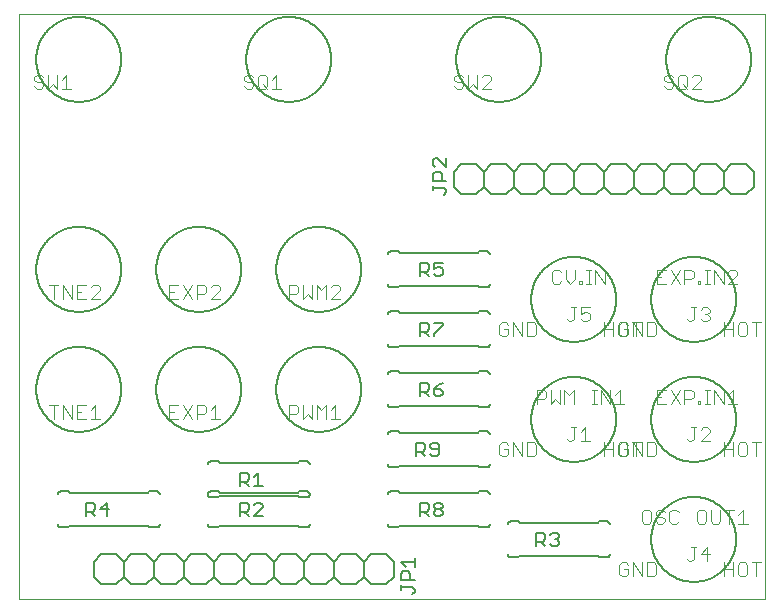
<source format=gto>
G75*
%MOIN*%
%OFA0B0*%
%FSLAX25Y25*%
%IPPOS*%
%LPD*%
%AMOC8*
5,1,8,0,0,1.08239X$1,22.5*
%
%ADD10C,0.00000*%
%ADD11C,0.00500*%
%ADD12C,0.00400*%
%ADD13C,0.00600*%
D10*
X0001000Y0001000D02*
X0001000Y0195961D01*
X0249701Y0195961D01*
X0249701Y0001000D01*
X0001000Y0001000D01*
D11*
X0023542Y0028750D02*
X0023542Y0033254D01*
X0025794Y0033254D01*
X0026545Y0032503D01*
X0026545Y0031002D01*
X0025794Y0030251D01*
X0023542Y0030251D01*
X0025043Y0030251D02*
X0026545Y0028750D01*
X0028146Y0031002D02*
X0031149Y0031002D01*
X0030398Y0028750D02*
X0030398Y0033254D01*
X0028146Y0031002D01*
X0074750Y0030251D02*
X0077002Y0030251D01*
X0077753Y0031002D01*
X0077753Y0032503D01*
X0077002Y0033254D01*
X0074750Y0033254D01*
X0074750Y0028750D01*
X0076251Y0030251D02*
X0077753Y0028750D01*
X0079354Y0028750D02*
X0082356Y0031753D01*
X0082356Y0032503D01*
X0081606Y0033254D01*
X0080105Y0033254D01*
X0079354Y0032503D01*
X0079354Y0028750D02*
X0082356Y0028750D01*
X0082356Y0038750D02*
X0079354Y0038750D01*
X0080855Y0038750D02*
X0080855Y0043254D01*
X0079354Y0041753D01*
X0077753Y0042503D02*
X0077753Y0041002D01*
X0077002Y0040251D01*
X0074750Y0040251D01*
X0074750Y0038750D02*
X0074750Y0043254D01*
X0077002Y0043254D01*
X0077753Y0042503D01*
X0076251Y0040251D02*
X0077753Y0038750D01*
X0046858Y0071000D02*
X0046862Y0071347D01*
X0046875Y0071694D01*
X0046896Y0072040D01*
X0046926Y0072386D01*
X0046964Y0072731D01*
X0047011Y0073075D01*
X0047066Y0073418D01*
X0047130Y0073759D01*
X0047202Y0074099D01*
X0047282Y0074436D01*
X0047370Y0074772D01*
X0047467Y0075105D01*
X0047572Y0075436D01*
X0047685Y0075764D01*
X0047806Y0076090D01*
X0047934Y0076412D01*
X0048071Y0076731D01*
X0048216Y0077046D01*
X0048368Y0077358D01*
X0048528Y0077666D01*
X0048695Y0077971D01*
X0048870Y0078270D01*
X0049052Y0078566D01*
X0049241Y0078857D01*
X0049438Y0079143D01*
X0049641Y0079424D01*
X0049851Y0079701D01*
X0050068Y0079972D01*
X0050292Y0080237D01*
X0050521Y0080497D01*
X0050758Y0080751D01*
X0051000Y0081000D01*
X0051249Y0081242D01*
X0051503Y0081479D01*
X0051763Y0081708D01*
X0052028Y0081932D01*
X0052299Y0082149D01*
X0052576Y0082359D01*
X0052857Y0082562D01*
X0053143Y0082759D01*
X0053434Y0082948D01*
X0053730Y0083130D01*
X0054029Y0083305D01*
X0054334Y0083472D01*
X0054642Y0083632D01*
X0054954Y0083784D01*
X0055269Y0083929D01*
X0055588Y0084066D01*
X0055910Y0084194D01*
X0056236Y0084315D01*
X0056564Y0084428D01*
X0056895Y0084533D01*
X0057228Y0084630D01*
X0057564Y0084718D01*
X0057901Y0084798D01*
X0058241Y0084870D01*
X0058582Y0084934D01*
X0058925Y0084989D01*
X0059269Y0085036D01*
X0059614Y0085074D01*
X0059960Y0085104D01*
X0060306Y0085125D01*
X0060653Y0085138D01*
X0061000Y0085142D01*
X0061347Y0085138D01*
X0061694Y0085125D01*
X0062040Y0085104D01*
X0062386Y0085074D01*
X0062731Y0085036D01*
X0063075Y0084989D01*
X0063418Y0084934D01*
X0063759Y0084870D01*
X0064099Y0084798D01*
X0064436Y0084718D01*
X0064772Y0084630D01*
X0065105Y0084533D01*
X0065436Y0084428D01*
X0065764Y0084315D01*
X0066090Y0084194D01*
X0066412Y0084066D01*
X0066731Y0083929D01*
X0067046Y0083784D01*
X0067358Y0083632D01*
X0067666Y0083472D01*
X0067971Y0083305D01*
X0068270Y0083130D01*
X0068566Y0082948D01*
X0068857Y0082759D01*
X0069143Y0082562D01*
X0069424Y0082359D01*
X0069701Y0082149D01*
X0069972Y0081932D01*
X0070237Y0081708D01*
X0070497Y0081479D01*
X0070751Y0081242D01*
X0071000Y0081000D01*
X0071242Y0080751D01*
X0071479Y0080497D01*
X0071708Y0080237D01*
X0071932Y0079972D01*
X0072149Y0079701D01*
X0072359Y0079424D01*
X0072562Y0079143D01*
X0072759Y0078857D01*
X0072948Y0078566D01*
X0073130Y0078270D01*
X0073305Y0077971D01*
X0073472Y0077666D01*
X0073632Y0077358D01*
X0073784Y0077046D01*
X0073929Y0076731D01*
X0074066Y0076412D01*
X0074194Y0076090D01*
X0074315Y0075764D01*
X0074428Y0075436D01*
X0074533Y0075105D01*
X0074630Y0074772D01*
X0074718Y0074436D01*
X0074798Y0074099D01*
X0074870Y0073759D01*
X0074934Y0073418D01*
X0074989Y0073075D01*
X0075036Y0072731D01*
X0075074Y0072386D01*
X0075104Y0072040D01*
X0075125Y0071694D01*
X0075138Y0071347D01*
X0075142Y0071000D01*
X0075138Y0070653D01*
X0075125Y0070306D01*
X0075104Y0069960D01*
X0075074Y0069614D01*
X0075036Y0069269D01*
X0074989Y0068925D01*
X0074934Y0068582D01*
X0074870Y0068241D01*
X0074798Y0067901D01*
X0074718Y0067564D01*
X0074630Y0067228D01*
X0074533Y0066895D01*
X0074428Y0066564D01*
X0074315Y0066236D01*
X0074194Y0065910D01*
X0074066Y0065588D01*
X0073929Y0065269D01*
X0073784Y0064954D01*
X0073632Y0064642D01*
X0073472Y0064334D01*
X0073305Y0064029D01*
X0073130Y0063730D01*
X0072948Y0063434D01*
X0072759Y0063143D01*
X0072562Y0062857D01*
X0072359Y0062576D01*
X0072149Y0062299D01*
X0071932Y0062028D01*
X0071708Y0061763D01*
X0071479Y0061503D01*
X0071242Y0061249D01*
X0071000Y0061000D01*
X0070751Y0060758D01*
X0070497Y0060521D01*
X0070237Y0060292D01*
X0069972Y0060068D01*
X0069701Y0059851D01*
X0069424Y0059641D01*
X0069143Y0059438D01*
X0068857Y0059241D01*
X0068566Y0059052D01*
X0068270Y0058870D01*
X0067971Y0058695D01*
X0067666Y0058528D01*
X0067358Y0058368D01*
X0067046Y0058216D01*
X0066731Y0058071D01*
X0066412Y0057934D01*
X0066090Y0057806D01*
X0065764Y0057685D01*
X0065436Y0057572D01*
X0065105Y0057467D01*
X0064772Y0057370D01*
X0064436Y0057282D01*
X0064099Y0057202D01*
X0063759Y0057130D01*
X0063418Y0057066D01*
X0063075Y0057011D01*
X0062731Y0056964D01*
X0062386Y0056926D01*
X0062040Y0056896D01*
X0061694Y0056875D01*
X0061347Y0056862D01*
X0061000Y0056858D01*
X0060653Y0056862D01*
X0060306Y0056875D01*
X0059960Y0056896D01*
X0059614Y0056926D01*
X0059269Y0056964D01*
X0058925Y0057011D01*
X0058582Y0057066D01*
X0058241Y0057130D01*
X0057901Y0057202D01*
X0057564Y0057282D01*
X0057228Y0057370D01*
X0056895Y0057467D01*
X0056564Y0057572D01*
X0056236Y0057685D01*
X0055910Y0057806D01*
X0055588Y0057934D01*
X0055269Y0058071D01*
X0054954Y0058216D01*
X0054642Y0058368D01*
X0054334Y0058528D01*
X0054029Y0058695D01*
X0053730Y0058870D01*
X0053434Y0059052D01*
X0053143Y0059241D01*
X0052857Y0059438D01*
X0052576Y0059641D01*
X0052299Y0059851D01*
X0052028Y0060068D01*
X0051763Y0060292D01*
X0051503Y0060521D01*
X0051249Y0060758D01*
X0051000Y0061000D01*
X0050758Y0061249D01*
X0050521Y0061503D01*
X0050292Y0061763D01*
X0050068Y0062028D01*
X0049851Y0062299D01*
X0049641Y0062576D01*
X0049438Y0062857D01*
X0049241Y0063143D01*
X0049052Y0063434D01*
X0048870Y0063730D01*
X0048695Y0064029D01*
X0048528Y0064334D01*
X0048368Y0064642D01*
X0048216Y0064954D01*
X0048071Y0065269D01*
X0047934Y0065588D01*
X0047806Y0065910D01*
X0047685Y0066236D01*
X0047572Y0066564D01*
X0047467Y0066895D01*
X0047370Y0067228D01*
X0047282Y0067564D01*
X0047202Y0067901D01*
X0047130Y0068241D01*
X0047066Y0068582D01*
X0047011Y0068925D01*
X0046964Y0069269D01*
X0046926Y0069614D01*
X0046896Y0069960D01*
X0046875Y0070306D01*
X0046862Y0070653D01*
X0046858Y0071000D01*
X0006858Y0071000D02*
X0006862Y0071347D01*
X0006875Y0071694D01*
X0006896Y0072040D01*
X0006926Y0072386D01*
X0006964Y0072731D01*
X0007011Y0073075D01*
X0007066Y0073418D01*
X0007130Y0073759D01*
X0007202Y0074099D01*
X0007282Y0074436D01*
X0007370Y0074772D01*
X0007467Y0075105D01*
X0007572Y0075436D01*
X0007685Y0075764D01*
X0007806Y0076090D01*
X0007934Y0076412D01*
X0008071Y0076731D01*
X0008216Y0077046D01*
X0008368Y0077358D01*
X0008528Y0077666D01*
X0008695Y0077971D01*
X0008870Y0078270D01*
X0009052Y0078566D01*
X0009241Y0078857D01*
X0009438Y0079143D01*
X0009641Y0079424D01*
X0009851Y0079701D01*
X0010068Y0079972D01*
X0010292Y0080237D01*
X0010521Y0080497D01*
X0010758Y0080751D01*
X0011000Y0081000D01*
X0011249Y0081242D01*
X0011503Y0081479D01*
X0011763Y0081708D01*
X0012028Y0081932D01*
X0012299Y0082149D01*
X0012576Y0082359D01*
X0012857Y0082562D01*
X0013143Y0082759D01*
X0013434Y0082948D01*
X0013730Y0083130D01*
X0014029Y0083305D01*
X0014334Y0083472D01*
X0014642Y0083632D01*
X0014954Y0083784D01*
X0015269Y0083929D01*
X0015588Y0084066D01*
X0015910Y0084194D01*
X0016236Y0084315D01*
X0016564Y0084428D01*
X0016895Y0084533D01*
X0017228Y0084630D01*
X0017564Y0084718D01*
X0017901Y0084798D01*
X0018241Y0084870D01*
X0018582Y0084934D01*
X0018925Y0084989D01*
X0019269Y0085036D01*
X0019614Y0085074D01*
X0019960Y0085104D01*
X0020306Y0085125D01*
X0020653Y0085138D01*
X0021000Y0085142D01*
X0021347Y0085138D01*
X0021694Y0085125D01*
X0022040Y0085104D01*
X0022386Y0085074D01*
X0022731Y0085036D01*
X0023075Y0084989D01*
X0023418Y0084934D01*
X0023759Y0084870D01*
X0024099Y0084798D01*
X0024436Y0084718D01*
X0024772Y0084630D01*
X0025105Y0084533D01*
X0025436Y0084428D01*
X0025764Y0084315D01*
X0026090Y0084194D01*
X0026412Y0084066D01*
X0026731Y0083929D01*
X0027046Y0083784D01*
X0027358Y0083632D01*
X0027666Y0083472D01*
X0027971Y0083305D01*
X0028270Y0083130D01*
X0028566Y0082948D01*
X0028857Y0082759D01*
X0029143Y0082562D01*
X0029424Y0082359D01*
X0029701Y0082149D01*
X0029972Y0081932D01*
X0030237Y0081708D01*
X0030497Y0081479D01*
X0030751Y0081242D01*
X0031000Y0081000D01*
X0031242Y0080751D01*
X0031479Y0080497D01*
X0031708Y0080237D01*
X0031932Y0079972D01*
X0032149Y0079701D01*
X0032359Y0079424D01*
X0032562Y0079143D01*
X0032759Y0078857D01*
X0032948Y0078566D01*
X0033130Y0078270D01*
X0033305Y0077971D01*
X0033472Y0077666D01*
X0033632Y0077358D01*
X0033784Y0077046D01*
X0033929Y0076731D01*
X0034066Y0076412D01*
X0034194Y0076090D01*
X0034315Y0075764D01*
X0034428Y0075436D01*
X0034533Y0075105D01*
X0034630Y0074772D01*
X0034718Y0074436D01*
X0034798Y0074099D01*
X0034870Y0073759D01*
X0034934Y0073418D01*
X0034989Y0073075D01*
X0035036Y0072731D01*
X0035074Y0072386D01*
X0035104Y0072040D01*
X0035125Y0071694D01*
X0035138Y0071347D01*
X0035142Y0071000D01*
X0035138Y0070653D01*
X0035125Y0070306D01*
X0035104Y0069960D01*
X0035074Y0069614D01*
X0035036Y0069269D01*
X0034989Y0068925D01*
X0034934Y0068582D01*
X0034870Y0068241D01*
X0034798Y0067901D01*
X0034718Y0067564D01*
X0034630Y0067228D01*
X0034533Y0066895D01*
X0034428Y0066564D01*
X0034315Y0066236D01*
X0034194Y0065910D01*
X0034066Y0065588D01*
X0033929Y0065269D01*
X0033784Y0064954D01*
X0033632Y0064642D01*
X0033472Y0064334D01*
X0033305Y0064029D01*
X0033130Y0063730D01*
X0032948Y0063434D01*
X0032759Y0063143D01*
X0032562Y0062857D01*
X0032359Y0062576D01*
X0032149Y0062299D01*
X0031932Y0062028D01*
X0031708Y0061763D01*
X0031479Y0061503D01*
X0031242Y0061249D01*
X0031000Y0061000D01*
X0030751Y0060758D01*
X0030497Y0060521D01*
X0030237Y0060292D01*
X0029972Y0060068D01*
X0029701Y0059851D01*
X0029424Y0059641D01*
X0029143Y0059438D01*
X0028857Y0059241D01*
X0028566Y0059052D01*
X0028270Y0058870D01*
X0027971Y0058695D01*
X0027666Y0058528D01*
X0027358Y0058368D01*
X0027046Y0058216D01*
X0026731Y0058071D01*
X0026412Y0057934D01*
X0026090Y0057806D01*
X0025764Y0057685D01*
X0025436Y0057572D01*
X0025105Y0057467D01*
X0024772Y0057370D01*
X0024436Y0057282D01*
X0024099Y0057202D01*
X0023759Y0057130D01*
X0023418Y0057066D01*
X0023075Y0057011D01*
X0022731Y0056964D01*
X0022386Y0056926D01*
X0022040Y0056896D01*
X0021694Y0056875D01*
X0021347Y0056862D01*
X0021000Y0056858D01*
X0020653Y0056862D01*
X0020306Y0056875D01*
X0019960Y0056896D01*
X0019614Y0056926D01*
X0019269Y0056964D01*
X0018925Y0057011D01*
X0018582Y0057066D01*
X0018241Y0057130D01*
X0017901Y0057202D01*
X0017564Y0057282D01*
X0017228Y0057370D01*
X0016895Y0057467D01*
X0016564Y0057572D01*
X0016236Y0057685D01*
X0015910Y0057806D01*
X0015588Y0057934D01*
X0015269Y0058071D01*
X0014954Y0058216D01*
X0014642Y0058368D01*
X0014334Y0058528D01*
X0014029Y0058695D01*
X0013730Y0058870D01*
X0013434Y0059052D01*
X0013143Y0059241D01*
X0012857Y0059438D01*
X0012576Y0059641D01*
X0012299Y0059851D01*
X0012028Y0060068D01*
X0011763Y0060292D01*
X0011503Y0060521D01*
X0011249Y0060758D01*
X0011000Y0061000D01*
X0010758Y0061249D01*
X0010521Y0061503D01*
X0010292Y0061763D01*
X0010068Y0062028D01*
X0009851Y0062299D01*
X0009641Y0062576D01*
X0009438Y0062857D01*
X0009241Y0063143D01*
X0009052Y0063434D01*
X0008870Y0063730D01*
X0008695Y0064029D01*
X0008528Y0064334D01*
X0008368Y0064642D01*
X0008216Y0064954D01*
X0008071Y0065269D01*
X0007934Y0065588D01*
X0007806Y0065910D01*
X0007685Y0066236D01*
X0007572Y0066564D01*
X0007467Y0066895D01*
X0007370Y0067228D01*
X0007282Y0067564D01*
X0007202Y0067901D01*
X0007130Y0068241D01*
X0007066Y0068582D01*
X0007011Y0068925D01*
X0006964Y0069269D01*
X0006926Y0069614D01*
X0006896Y0069960D01*
X0006875Y0070306D01*
X0006862Y0070653D01*
X0006858Y0071000D01*
X0006858Y0111000D02*
X0006862Y0111347D01*
X0006875Y0111694D01*
X0006896Y0112040D01*
X0006926Y0112386D01*
X0006964Y0112731D01*
X0007011Y0113075D01*
X0007066Y0113418D01*
X0007130Y0113759D01*
X0007202Y0114099D01*
X0007282Y0114436D01*
X0007370Y0114772D01*
X0007467Y0115105D01*
X0007572Y0115436D01*
X0007685Y0115764D01*
X0007806Y0116090D01*
X0007934Y0116412D01*
X0008071Y0116731D01*
X0008216Y0117046D01*
X0008368Y0117358D01*
X0008528Y0117666D01*
X0008695Y0117971D01*
X0008870Y0118270D01*
X0009052Y0118566D01*
X0009241Y0118857D01*
X0009438Y0119143D01*
X0009641Y0119424D01*
X0009851Y0119701D01*
X0010068Y0119972D01*
X0010292Y0120237D01*
X0010521Y0120497D01*
X0010758Y0120751D01*
X0011000Y0121000D01*
X0011249Y0121242D01*
X0011503Y0121479D01*
X0011763Y0121708D01*
X0012028Y0121932D01*
X0012299Y0122149D01*
X0012576Y0122359D01*
X0012857Y0122562D01*
X0013143Y0122759D01*
X0013434Y0122948D01*
X0013730Y0123130D01*
X0014029Y0123305D01*
X0014334Y0123472D01*
X0014642Y0123632D01*
X0014954Y0123784D01*
X0015269Y0123929D01*
X0015588Y0124066D01*
X0015910Y0124194D01*
X0016236Y0124315D01*
X0016564Y0124428D01*
X0016895Y0124533D01*
X0017228Y0124630D01*
X0017564Y0124718D01*
X0017901Y0124798D01*
X0018241Y0124870D01*
X0018582Y0124934D01*
X0018925Y0124989D01*
X0019269Y0125036D01*
X0019614Y0125074D01*
X0019960Y0125104D01*
X0020306Y0125125D01*
X0020653Y0125138D01*
X0021000Y0125142D01*
X0021347Y0125138D01*
X0021694Y0125125D01*
X0022040Y0125104D01*
X0022386Y0125074D01*
X0022731Y0125036D01*
X0023075Y0124989D01*
X0023418Y0124934D01*
X0023759Y0124870D01*
X0024099Y0124798D01*
X0024436Y0124718D01*
X0024772Y0124630D01*
X0025105Y0124533D01*
X0025436Y0124428D01*
X0025764Y0124315D01*
X0026090Y0124194D01*
X0026412Y0124066D01*
X0026731Y0123929D01*
X0027046Y0123784D01*
X0027358Y0123632D01*
X0027666Y0123472D01*
X0027971Y0123305D01*
X0028270Y0123130D01*
X0028566Y0122948D01*
X0028857Y0122759D01*
X0029143Y0122562D01*
X0029424Y0122359D01*
X0029701Y0122149D01*
X0029972Y0121932D01*
X0030237Y0121708D01*
X0030497Y0121479D01*
X0030751Y0121242D01*
X0031000Y0121000D01*
X0031242Y0120751D01*
X0031479Y0120497D01*
X0031708Y0120237D01*
X0031932Y0119972D01*
X0032149Y0119701D01*
X0032359Y0119424D01*
X0032562Y0119143D01*
X0032759Y0118857D01*
X0032948Y0118566D01*
X0033130Y0118270D01*
X0033305Y0117971D01*
X0033472Y0117666D01*
X0033632Y0117358D01*
X0033784Y0117046D01*
X0033929Y0116731D01*
X0034066Y0116412D01*
X0034194Y0116090D01*
X0034315Y0115764D01*
X0034428Y0115436D01*
X0034533Y0115105D01*
X0034630Y0114772D01*
X0034718Y0114436D01*
X0034798Y0114099D01*
X0034870Y0113759D01*
X0034934Y0113418D01*
X0034989Y0113075D01*
X0035036Y0112731D01*
X0035074Y0112386D01*
X0035104Y0112040D01*
X0035125Y0111694D01*
X0035138Y0111347D01*
X0035142Y0111000D01*
X0035138Y0110653D01*
X0035125Y0110306D01*
X0035104Y0109960D01*
X0035074Y0109614D01*
X0035036Y0109269D01*
X0034989Y0108925D01*
X0034934Y0108582D01*
X0034870Y0108241D01*
X0034798Y0107901D01*
X0034718Y0107564D01*
X0034630Y0107228D01*
X0034533Y0106895D01*
X0034428Y0106564D01*
X0034315Y0106236D01*
X0034194Y0105910D01*
X0034066Y0105588D01*
X0033929Y0105269D01*
X0033784Y0104954D01*
X0033632Y0104642D01*
X0033472Y0104334D01*
X0033305Y0104029D01*
X0033130Y0103730D01*
X0032948Y0103434D01*
X0032759Y0103143D01*
X0032562Y0102857D01*
X0032359Y0102576D01*
X0032149Y0102299D01*
X0031932Y0102028D01*
X0031708Y0101763D01*
X0031479Y0101503D01*
X0031242Y0101249D01*
X0031000Y0101000D01*
X0030751Y0100758D01*
X0030497Y0100521D01*
X0030237Y0100292D01*
X0029972Y0100068D01*
X0029701Y0099851D01*
X0029424Y0099641D01*
X0029143Y0099438D01*
X0028857Y0099241D01*
X0028566Y0099052D01*
X0028270Y0098870D01*
X0027971Y0098695D01*
X0027666Y0098528D01*
X0027358Y0098368D01*
X0027046Y0098216D01*
X0026731Y0098071D01*
X0026412Y0097934D01*
X0026090Y0097806D01*
X0025764Y0097685D01*
X0025436Y0097572D01*
X0025105Y0097467D01*
X0024772Y0097370D01*
X0024436Y0097282D01*
X0024099Y0097202D01*
X0023759Y0097130D01*
X0023418Y0097066D01*
X0023075Y0097011D01*
X0022731Y0096964D01*
X0022386Y0096926D01*
X0022040Y0096896D01*
X0021694Y0096875D01*
X0021347Y0096862D01*
X0021000Y0096858D01*
X0020653Y0096862D01*
X0020306Y0096875D01*
X0019960Y0096896D01*
X0019614Y0096926D01*
X0019269Y0096964D01*
X0018925Y0097011D01*
X0018582Y0097066D01*
X0018241Y0097130D01*
X0017901Y0097202D01*
X0017564Y0097282D01*
X0017228Y0097370D01*
X0016895Y0097467D01*
X0016564Y0097572D01*
X0016236Y0097685D01*
X0015910Y0097806D01*
X0015588Y0097934D01*
X0015269Y0098071D01*
X0014954Y0098216D01*
X0014642Y0098368D01*
X0014334Y0098528D01*
X0014029Y0098695D01*
X0013730Y0098870D01*
X0013434Y0099052D01*
X0013143Y0099241D01*
X0012857Y0099438D01*
X0012576Y0099641D01*
X0012299Y0099851D01*
X0012028Y0100068D01*
X0011763Y0100292D01*
X0011503Y0100521D01*
X0011249Y0100758D01*
X0011000Y0101000D01*
X0010758Y0101249D01*
X0010521Y0101503D01*
X0010292Y0101763D01*
X0010068Y0102028D01*
X0009851Y0102299D01*
X0009641Y0102576D01*
X0009438Y0102857D01*
X0009241Y0103143D01*
X0009052Y0103434D01*
X0008870Y0103730D01*
X0008695Y0104029D01*
X0008528Y0104334D01*
X0008368Y0104642D01*
X0008216Y0104954D01*
X0008071Y0105269D01*
X0007934Y0105588D01*
X0007806Y0105910D01*
X0007685Y0106236D01*
X0007572Y0106564D01*
X0007467Y0106895D01*
X0007370Y0107228D01*
X0007282Y0107564D01*
X0007202Y0107901D01*
X0007130Y0108241D01*
X0007066Y0108582D01*
X0007011Y0108925D01*
X0006964Y0109269D01*
X0006926Y0109614D01*
X0006896Y0109960D01*
X0006875Y0110306D01*
X0006862Y0110653D01*
X0006858Y0111000D01*
X0046858Y0111000D02*
X0046862Y0111347D01*
X0046875Y0111694D01*
X0046896Y0112040D01*
X0046926Y0112386D01*
X0046964Y0112731D01*
X0047011Y0113075D01*
X0047066Y0113418D01*
X0047130Y0113759D01*
X0047202Y0114099D01*
X0047282Y0114436D01*
X0047370Y0114772D01*
X0047467Y0115105D01*
X0047572Y0115436D01*
X0047685Y0115764D01*
X0047806Y0116090D01*
X0047934Y0116412D01*
X0048071Y0116731D01*
X0048216Y0117046D01*
X0048368Y0117358D01*
X0048528Y0117666D01*
X0048695Y0117971D01*
X0048870Y0118270D01*
X0049052Y0118566D01*
X0049241Y0118857D01*
X0049438Y0119143D01*
X0049641Y0119424D01*
X0049851Y0119701D01*
X0050068Y0119972D01*
X0050292Y0120237D01*
X0050521Y0120497D01*
X0050758Y0120751D01*
X0051000Y0121000D01*
X0051249Y0121242D01*
X0051503Y0121479D01*
X0051763Y0121708D01*
X0052028Y0121932D01*
X0052299Y0122149D01*
X0052576Y0122359D01*
X0052857Y0122562D01*
X0053143Y0122759D01*
X0053434Y0122948D01*
X0053730Y0123130D01*
X0054029Y0123305D01*
X0054334Y0123472D01*
X0054642Y0123632D01*
X0054954Y0123784D01*
X0055269Y0123929D01*
X0055588Y0124066D01*
X0055910Y0124194D01*
X0056236Y0124315D01*
X0056564Y0124428D01*
X0056895Y0124533D01*
X0057228Y0124630D01*
X0057564Y0124718D01*
X0057901Y0124798D01*
X0058241Y0124870D01*
X0058582Y0124934D01*
X0058925Y0124989D01*
X0059269Y0125036D01*
X0059614Y0125074D01*
X0059960Y0125104D01*
X0060306Y0125125D01*
X0060653Y0125138D01*
X0061000Y0125142D01*
X0061347Y0125138D01*
X0061694Y0125125D01*
X0062040Y0125104D01*
X0062386Y0125074D01*
X0062731Y0125036D01*
X0063075Y0124989D01*
X0063418Y0124934D01*
X0063759Y0124870D01*
X0064099Y0124798D01*
X0064436Y0124718D01*
X0064772Y0124630D01*
X0065105Y0124533D01*
X0065436Y0124428D01*
X0065764Y0124315D01*
X0066090Y0124194D01*
X0066412Y0124066D01*
X0066731Y0123929D01*
X0067046Y0123784D01*
X0067358Y0123632D01*
X0067666Y0123472D01*
X0067971Y0123305D01*
X0068270Y0123130D01*
X0068566Y0122948D01*
X0068857Y0122759D01*
X0069143Y0122562D01*
X0069424Y0122359D01*
X0069701Y0122149D01*
X0069972Y0121932D01*
X0070237Y0121708D01*
X0070497Y0121479D01*
X0070751Y0121242D01*
X0071000Y0121000D01*
X0071242Y0120751D01*
X0071479Y0120497D01*
X0071708Y0120237D01*
X0071932Y0119972D01*
X0072149Y0119701D01*
X0072359Y0119424D01*
X0072562Y0119143D01*
X0072759Y0118857D01*
X0072948Y0118566D01*
X0073130Y0118270D01*
X0073305Y0117971D01*
X0073472Y0117666D01*
X0073632Y0117358D01*
X0073784Y0117046D01*
X0073929Y0116731D01*
X0074066Y0116412D01*
X0074194Y0116090D01*
X0074315Y0115764D01*
X0074428Y0115436D01*
X0074533Y0115105D01*
X0074630Y0114772D01*
X0074718Y0114436D01*
X0074798Y0114099D01*
X0074870Y0113759D01*
X0074934Y0113418D01*
X0074989Y0113075D01*
X0075036Y0112731D01*
X0075074Y0112386D01*
X0075104Y0112040D01*
X0075125Y0111694D01*
X0075138Y0111347D01*
X0075142Y0111000D01*
X0075138Y0110653D01*
X0075125Y0110306D01*
X0075104Y0109960D01*
X0075074Y0109614D01*
X0075036Y0109269D01*
X0074989Y0108925D01*
X0074934Y0108582D01*
X0074870Y0108241D01*
X0074798Y0107901D01*
X0074718Y0107564D01*
X0074630Y0107228D01*
X0074533Y0106895D01*
X0074428Y0106564D01*
X0074315Y0106236D01*
X0074194Y0105910D01*
X0074066Y0105588D01*
X0073929Y0105269D01*
X0073784Y0104954D01*
X0073632Y0104642D01*
X0073472Y0104334D01*
X0073305Y0104029D01*
X0073130Y0103730D01*
X0072948Y0103434D01*
X0072759Y0103143D01*
X0072562Y0102857D01*
X0072359Y0102576D01*
X0072149Y0102299D01*
X0071932Y0102028D01*
X0071708Y0101763D01*
X0071479Y0101503D01*
X0071242Y0101249D01*
X0071000Y0101000D01*
X0070751Y0100758D01*
X0070497Y0100521D01*
X0070237Y0100292D01*
X0069972Y0100068D01*
X0069701Y0099851D01*
X0069424Y0099641D01*
X0069143Y0099438D01*
X0068857Y0099241D01*
X0068566Y0099052D01*
X0068270Y0098870D01*
X0067971Y0098695D01*
X0067666Y0098528D01*
X0067358Y0098368D01*
X0067046Y0098216D01*
X0066731Y0098071D01*
X0066412Y0097934D01*
X0066090Y0097806D01*
X0065764Y0097685D01*
X0065436Y0097572D01*
X0065105Y0097467D01*
X0064772Y0097370D01*
X0064436Y0097282D01*
X0064099Y0097202D01*
X0063759Y0097130D01*
X0063418Y0097066D01*
X0063075Y0097011D01*
X0062731Y0096964D01*
X0062386Y0096926D01*
X0062040Y0096896D01*
X0061694Y0096875D01*
X0061347Y0096862D01*
X0061000Y0096858D01*
X0060653Y0096862D01*
X0060306Y0096875D01*
X0059960Y0096896D01*
X0059614Y0096926D01*
X0059269Y0096964D01*
X0058925Y0097011D01*
X0058582Y0097066D01*
X0058241Y0097130D01*
X0057901Y0097202D01*
X0057564Y0097282D01*
X0057228Y0097370D01*
X0056895Y0097467D01*
X0056564Y0097572D01*
X0056236Y0097685D01*
X0055910Y0097806D01*
X0055588Y0097934D01*
X0055269Y0098071D01*
X0054954Y0098216D01*
X0054642Y0098368D01*
X0054334Y0098528D01*
X0054029Y0098695D01*
X0053730Y0098870D01*
X0053434Y0099052D01*
X0053143Y0099241D01*
X0052857Y0099438D01*
X0052576Y0099641D01*
X0052299Y0099851D01*
X0052028Y0100068D01*
X0051763Y0100292D01*
X0051503Y0100521D01*
X0051249Y0100758D01*
X0051000Y0101000D01*
X0050758Y0101249D01*
X0050521Y0101503D01*
X0050292Y0101763D01*
X0050068Y0102028D01*
X0049851Y0102299D01*
X0049641Y0102576D01*
X0049438Y0102857D01*
X0049241Y0103143D01*
X0049052Y0103434D01*
X0048870Y0103730D01*
X0048695Y0104029D01*
X0048528Y0104334D01*
X0048368Y0104642D01*
X0048216Y0104954D01*
X0048071Y0105269D01*
X0047934Y0105588D01*
X0047806Y0105910D01*
X0047685Y0106236D01*
X0047572Y0106564D01*
X0047467Y0106895D01*
X0047370Y0107228D01*
X0047282Y0107564D01*
X0047202Y0107901D01*
X0047130Y0108241D01*
X0047066Y0108582D01*
X0047011Y0108925D01*
X0046964Y0109269D01*
X0046926Y0109614D01*
X0046896Y0109960D01*
X0046875Y0110306D01*
X0046862Y0110653D01*
X0046858Y0111000D01*
X0086858Y0111000D02*
X0086862Y0111347D01*
X0086875Y0111694D01*
X0086896Y0112040D01*
X0086926Y0112386D01*
X0086964Y0112731D01*
X0087011Y0113075D01*
X0087066Y0113418D01*
X0087130Y0113759D01*
X0087202Y0114099D01*
X0087282Y0114436D01*
X0087370Y0114772D01*
X0087467Y0115105D01*
X0087572Y0115436D01*
X0087685Y0115764D01*
X0087806Y0116090D01*
X0087934Y0116412D01*
X0088071Y0116731D01*
X0088216Y0117046D01*
X0088368Y0117358D01*
X0088528Y0117666D01*
X0088695Y0117971D01*
X0088870Y0118270D01*
X0089052Y0118566D01*
X0089241Y0118857D01*
X0089438Y0119143D01*
X0089641Y0119424D01*
X0089851Y0119701D01*
X0090068Y0119972D01*
X0090292Y0120237D01*
X0090521Y0120497D01*
X0090758Y0120751D01*
X0091000Y0121000D01*
X0091249Y0121242D01*
X0091503Y0121479D01*
X0091763Y0121708D01*
X0092028Y0121932D01*
X0092299Y0122149D01*
X0092576Y0122359D01*
X0092857Y0122562D01*
X0093143Y0122759D01*
X0093434Y0122948D01*
X0093730Y0123130D01*
X0094029Y0123305D01*
X0094334Y0123472D01*
X0094642Y0123632D01*
X0094954Y0123784D01*
X0095269Y0123929D01*
X0095588Y0124066D01*
X0095910Y0124194D01*
X0096236Y0124315D01*
X0096564Y0124428D01*
X0096895Y0124533D01*
X0097228Y0124630D01*
X0097564Y0124718D01*
X0097901Y0124798D01*
X0098241Y0124870D01*
X0098582Y0124934D01*
X0098925Y0124989D01*
X0099269Y0125036D01*
X0099614Y0125074D01*
X0099960Y0125104D01*
X0100306Y0125125D01*
X0100653Y0125138D01*
X0101000Y0125142D01*
X0101347Y0125138D01*
X0101694Y0125125D01*
X0102040Y0125104D01*
X0102386Y0125074D01*
X0102731Y0125036D01*
X0103075Y0124989D01*
X0103418Y0124934D01*
X0103759Y0124870D01*
X0104099Y0124798D01*
X0104436Y0124718D01*
X0104772Y0124630D01*
X0105105Y0124533D01*
X0105436Y0124428D01*
X0105764Y0124315D01*
X0106090Y0124194D01*
X0106412Y0124066D01*
X0106731Y0123929D01*
X0107046Y0123784D01*
X0107358Y0123632D01*
X0107666Y0123472D01*
X0107971Y0123305D01*
X0108270Y0123130D01*
X0108566Y0122948D01*
X0108857Y0122759D01*
X0109143Y0122562D01*
X0109424Y0122359D01*
X0109701Y0122149D01*
X0109972Y0121932D01*
X0110237Y0121708D01*
X0110497Y0121479D01*
X0110751Y0121242D01*
X0111000Y0121000D01*
X0111242Y0120751D01*
X0111479Y0120497D01*
X0111708Y0120237D01*
X0111932Y0119972D01*
X0112149Y0119701D01*
X0112359Y0119424D01*
X0112562Y0119143D01*
X0112759Y0118857D01*
X0112948Y0118566D01*
X0113130Y0118270D01*
X0113305Y0117971D01*
X0113472Y0117666D01*
X0113632Y0117358D01*
X0113784Y0117046D01*
X0113929Y0116731D01*
X0114066Y0116412D01*
X0114194Y0116090D01*
X0114315Y0115764D01*
X0114428Y0115436D01*
X0114533Y0115105D01*
X0114630Y0114772D01*
X0114718Y0114436D01*
X0114798Y0114099D01*
X0114870Y0113759D01*
X0114934Y0113418D01*
X0114989Y0113075D01*
X0115036Y0112731D01*
X0115074Y0112386D01*
X0115104Y0112040D01*
X0115125Y0111694D01*
X0115138Y0111347D01*
X0115142Y0111000D01*
X0115138Y0110653D01*
X0115125Y0110306D01*
X0115104Y0109960D01*
X0115074Y0109614D01*
X0115036Y0109269D01*
X0114989Y0108925D01*
X0114934Y0108582D01*
X0114870Y0108241D01*
X0114798Y0107901D01*
X0114718Y0107564D01*
X0114630Y0107228D01*
X0114533Y0106895D01*
X0114428Y0106564D01*
X0114315Y0106236D01*
X0114194Y0105910D01*
X0114066Y0105588D01*
X0113929Y0105269D01*
X0113784Y0104954D01*
X0113632Y0104642D01*
X0113472Y0104334D01*
X0113305Y0104029D01*
X0113130Y0103730D01*
X0112948Y0103434D01*
X0112759Y0103143D01*
X0112562Y0102857D01*
X0112359Y0102576D01*
X0112149Y0102299D01*
X0111932Y0102028D01*
X0111708Y0101763D01*
X0111479Y0101503D01*
X0111242Y0101249D01*
X0111000Y0101000D01*
X0110751Y0100758D01*
X0110497Y0100521D01*
X0110237Y0100292D01*
X0109972Y0100068D01*
X0109701Y0099851D01*
X0109424Y0099641D01*
X0109143Y0099438D01*
X0108857Y0099241D01*
X0108566Y0099052D01*
X0108270Y0098870D01*
X0107971Y0098695D01*
X0107666Y0098528D01*
X0107358Y0098368D01*
X0107046Y0098216D01*
X0106731Y0098071D01*
X0106412Y0097934D01*
X0106090Y0097806D01*
X0105764Y0097685D01*
X0105436Y0097572D01*
X0105105Y0097467D01*
X0104772Y0097370D01*
X0104436Y0097282D01*
X0104099Y0097202D01*
X0103759Y0097130D01*
X0103418Y0097066D01*
X0103075Y0097011D01*
X0102731Y0096964D01*
X0102386Y0096926D01*
X0102040Y0096896D01*
X0101694Y0096875D01*
X0101347Y0096862D01*
X0101000Y0096858D01*
X0100653Y0096862D01*
X0100306Y0096875D01*
X0099960Y0096896D01*
X0099614Y0096926D01*
X0099269Y0096964D01*
X0098925Y0097011D01*
X0098582Y0097066D01*
X0098241Y0097130D01*
X0097901Y0097202D01*
X0097564Y0097282D01*
X0097228Y0097370D01*
X0096895Y0097467D01*
X0096564Y0097572D01*
X0096236Y0097685D01*
X0095910Y0097806D01*
X0095588Y0097934D01*
X0095269Y0098071D01*
X0094954Y0098216D01*
X0094642Y0098368D01*
X0094334Y0098528D01*
X0094029Y0098695D01*
X0093730Y0098870D01*
X0093434Y0099052D01*
X0093143Y0099241D01*
X0092857Y0099438D01*
X0092576Y0099641D01*
X0092299Y0099851D01*
X0092028Y0100068D01*
X0091763Y0100292D01*
X0091503Y0100521D01*
X0091249Y0100758D01*
X0091000Y0101000D01*
X0090758Y0101249D01*
X0090521Y0101503D01*
X0090292Y0101763D01*
X0090068Y0102028D01*
X0089851Y0102299D01*
X0089641Y0102576D01*
X0089438Y0102857D01*
X0089241Y0103143D01*
X0089052Y0103434D01*
X0088870Y0103730D01*
X0088695Y0104029D01*
X0088528Y0104334D01*
X0088368Y0104642D01*
X0088216Y0104954D01*
X0088071Y0105269D01*
X0087934Y0105588D01*
X0087806Y0105910D01*
X0087685Y0106236D01*
X0087572Y0106564D01*
X0087467Y0106895D01*
X0087370Y0107228D01*
X0087282Y0107564D01*
X0087202Y0107901D01*
X0087130Y0108241D01*
X0087066Y0108582D01*
X0087011Y0108925D01*
X0086964Y0109269D01*
X0086926Y0109614D01*
X0086896Y0109960D01*
X0086875Y0110306D01*
X0086862Y0110653D01*
X0086858Y0111000D01*
X0134750Y0110251D02*
X0137002Y0110251D01*
X0137753Y0111002D01*
X0137753Y0112503D01*
X0137002Y0113254D01*
X0134750Y0113254D01*
X0134750Y0108750D01*
X0136251Y0110251D02*
X0137753Y0108750D01*
X0139354Y0109501D02*
X0140105Y0108750D01*
X0141606Y0108750D01*
X0142356Y0109501D01*
X0142356Y0111002D01*
X0141606Y0111753D01*
X0140855Y0111753D01*
X0139354Y0111002D01*
X0139354Y0113254D01*
X0142356Y0113254D01*
X0142356Y0093254D02*
X0139354Y0093254D01*
X0137753Y0092503D02*
X0137753Y0091002D01*
X0137002Y0090251D01*
X0134750Y0090251D01*
X0134750Y0088750D02*
X0134750Y0093254D01*
X0137002Y0093254D01*
X0137753Y0092503D01*
X0136251Y0090251D02*
X0137753Y0088750D01*
X0139354Y0088750D02*
X0139354Y0089501D01*
X0142356Y0092503D01*
X0142356Y0093254D01*
X0142356Y0073254D02*
X0140855Y0072503D01*
X0139354Y0071002D01*
X0141606Y0071002D01*
X0142356Y0070251D01*
X0142356Y0069501D01*
X0141606Y0068750D01*
X0140105Y0068750D01*
X0139354Y0069501D01*
X0139354Y0071002D01*
X0137753Y0071002D02*
X0137002Y0070251D01*
X0134750Y0070251D01*
X0134750Y0068750D02*
X0134750Y0073254D01*
X0137002Y0073254D01*
X0137753Y0072503D01*
X0137753Y0071002D01*
X0136251Y0070251D02*
X0137753Y0068750D01*
X0138897Y0053254D02*
X0138146Y0052503D01*
X0138146Y0051753D01*
X0138897Y0051002D01*
X0141149Y0051002D01*
X0141149Y0049501D02*
X0141149Y0052503D01*
X0140398Y0053254D01*
X0138897Y0053254D01*
X0136545Y0052503D02*
X0136545Y0051002D01*
X0135794Y0050251D01*
X0133542Y0050251D01*
X0133542Y0048750D02*
X0133542Y0053254D01*
X0135794Y0053254D01*
X0136545Y0052503D01*
X0135043Y0050251D02*
X0136545Y0048750D01*
X0138146Y0049501D02*
X0138897Y0048750D01*
X0140398Y0048750D01*
X0141149Y0049501D01*
X0141606Y0033254D02*
X0142356Y0032503D01*
X0142356Y0031753D01*
X0141606Y0031002D01*
X0140105Y0031002D01*
X0139354Y0031753D01*
X0139354Y0032503D01*
X0140105Y0033254D01*
X0141606Y0033254D01*
X0141606Y0031002D02*
X0142356Y0030251D01*
X0142356Y0029501D01*
X0141606Y0028750D01*
X0140105Y0028750D01*
X0139354Y0029501D01*
X0139354Y0030251D01*
X0140105Y0031002D01*
X0137753Y0031002D02*
X0137753Y0032503D01*
X0137002Y0033254D01*
X0134750Y0033254D01*
X0134750Y0028750D01*
X0134750Y0030251D02*
X0137002Y0030251D01*
X0137753Y0031002D01*
X0136251Y0030251D02*
X0137753Y0028750D01*
X0132950Y0014949D02*
X0132950Y0011946D01*
X0132950Y0013447D02*
X0128446Y0013447D01*
X0129947Y0011946D01*
X0129197Y0010345D02*
X0130698Y0010345D01*
X0131449Y0009594D01*
X0131449Y0007342D01*
X0132950Y0007342D02*
X0128446Y0007342D01*
X0128446Y0009594D01*
X0129197Y0010345D01*
X0128446Y0005741D02*
X0128446Y0004239D01*
X0128446Y0004990D02*
X0132199Y0004990D01*
X0132950Y0004239D01*
X0132950Y0003489D01*
X0132199Y0002738D01*
X0173542Y0018750D02*
X0173542Y0023254D01*
X0175794Y0023254D01*
X0176545Y0022503D01*
X0176545Y0021002D01*
X0175794Y0020251D01*
X0173542Y0020251D01*
X0175043Y0020251D02*
X0176545Y0018750D01*
X0178146Y0019501D02*
X0178897Y0018750D01*
X0180398Y0018750D01*
X0181149Y0019501D01*
X0181149Y0020251D01*
X0180398Y0021002D01*
X0179647Y0021002D01*
X0180398Y0021002D02*
X0181149Y0021753D01*
X0181149Y0022503D01*
X0180398Y0023254D01*
X0178897Y0023254D01*
X0178146Y0022503D01*
X0171858Y0061000D02*
X0171862Y0061347D01*
X0171875Y0061694D01*
X0171896Y0062040D01*
X0171926Y0062386D01*
X0171964Y0062731D01*
X0172011Y0063075D01*
X0172066Y0063418D01*
X0172130Y0063759D01*
X0172202Y0064099D01*
X0172282Y0064436D01*
X0172370Y0064772D01*
X0172467Y0065105D01*
X0172572Y0065436D01*
X0172685Y0065764D01*
X0172806Y0066090D01*
X0172934Y0066412D01*
X0173071Y0066731D01*
X0173216Y0067046D01*
X0173368Y0067358D01*
X0173528Y0067666D01*
X0173695Y0067971D01*
X0173870Y0068270D01*
X0174052Y0068566D01*
X0174241Y0068857D01*
X0174438Y0069143D01*
X0174641Y0069424D01*
X0174851Y0069701D01*
X0175068Y0069972D01*
X0175292Y0070237D01*
X0175521Y0070497D01*
X0175758Y0070751D01*
X0176000Y0071000D01*
X0176249Y0071242D01*
X0176503Y0071479D01*
X0176763Y0071708D01*
X0177028Y0071932D01*
X0177299Y0072149D01*
X0177576Y0072359D01*
X0177857Y0072562D01*
X0178143Y0072759D01*
X0178434Y0072948D01*
X0178730Y0073130D01*
X0179029Y0073305D01*
X0179334Y0073472D01*
X0179642Y0073632D01*
X0179954Y0073784D01*
X0180269Y0073929D01*
X0180588Y0074066D01*
X0180910Y0074194D01*
X0181236Y0074315D01*
X0181564Y0074428D01*
X0181895Y0074533D01*
X0182228Y0074630D01*
X0182564Y0074718D01*
X0182901Y0074798D01*
X0183241Y0074870D01*
X0183582Y0074934D01*
X0183925Y0074989D01*
X0184269Y0075036D01*
X0184614Y0075074D01*
X0184960Y0075104D01*
X0185306Y0075125D01*
X0185653Y0075138D01*
X0186000Y0075142D01*
X0186347Y0075138D01*
X0186694Y0075125D01*
X0187040Y0075104D01*
X0187386Y0075074D01*
X0187731Y0075036D01*
X0188075Y0074989D01*
X0188418Y0074934D01*
X0188759Y0074870D01*
X0189099Y0074798D01*
X0189436Y0074718D01*
X0189772Y0074630D01*
X0190105Y0074533D01*
X0190436Y0074428D01*
X0190764Y0074315D01*
X0191090Y0074194D01*
X0191412Y0074066D01*
X0191731Y0073929D01*
X0192046Y0073784D01*
X0192358Y0073632D01*
X0192666Y0073472D01*
X0192971Y0073305D01*
X0193270Y0073130D01*
X0193566Y0072948D01*
X0193857Y0072759D01*
X0194143Y0072562D01*
X0194424Y0072359D01*
X0194701Y0072149D01*
X0194972Y0071932D01*
X0195237Y0071708D01*
X0195497Y0071479D01*
X0195751Y0071242D01*
X0196000Y0071000D01*
X0196242Y0070751D01*
X0196479Y0070497D01*
X0196708Y0070237D01*
X0196932Y0069972D01*
X0197149Y0069701D01*
X0197359Y0069424D01*
X0197562Y0069143D01*
X0197759Y0068857D01*
X0197948Y0068566D01*
X0198130Y0068270D01*
X0198305Y0067971D01*
X0198472Y0067666D01*
X0198632Y0067358D01*
X0198784Y0067046D01*
X0198929Y0066731D01*
X0199066Y0066412D01*
X0199194Y0066090D01*
X0199315Y0065764D01*
X0199428Y0065436D01*
X0199533Y0065105D01*
X0199630Y0064772D01*
X0199718Y0064436D01*
X0199798Y0064099D01*
X0199870Y0063759D01*
X0199934Y0063418D01*
X0199989Y0063075D01*
X0200036Y0062731D01*
X0200074Y0062386D01*
X0200104Y0062040D01*
X0200125Y0061694D01*
X0200138Y0061347D01*
X0200142Y0061000D01*
X0200138Y0060653D01*
X0200125Y0060306D01*
X0200104Y0059960D01*
X0200074Y0059614D01*
X0200036Y0059269D01*
X0199989Y0058925D01*
X0199934Y0058582D01*
X0199870Y0058241D01*
X0199798Y0057901D01*
X0199718Y0057564D01*
X0199630Y0057228D01*
X0199533Y0056895D01*
X0199428Y0056564D01*
X0199315Y0056236D01*
X0199194Y0055910D01*
X0199066Y0055588D01*
X0198929Y0055269D01*
X0198784Y0054954D01*
X0198632Y0054642D01*
X0198472Y0054334D01*
X0198305Y0054029D01*
X0198130Y0053730D01*
X0197948Y0053434D01*
X0197759Y0053143D01*
X0197562Y0052857D01*
X0197359Y0052576D01*
X0197149Y0052299D01*
X0196932Y0052028D01*
X0196708Y0051763D01*
X0196479Y0051503D01*
X0196242Y0051249D01*
X0196000Y0051000D01*
X0195751Y0050758D01*
X0195497Y0050521D01*
X0195237Y0050292D01*
X0194972Y0050068D01*
X0194701Y0049851D01*
X0194424Y0049641D01*
X0194143Y0049438D01*
X0193857Y0049241D01*
X0193566Y0049052D01*
X0193270Y0048870D01*
X0192971Y0048695D01*
X0192666Y0048528D01*
X0192358Y0048368D01*
X0192046Y0048216D01*
X0191731Y0048071D01*
X0191412Y0047934D01*
X0191090Y0047806D01*
X0190764Y0047685D01*
X0190436Y0047572D01*
X0190105Y0047467D01*
X0189772Y0047370D01*
X0189436Y0047282D01*
X0189099Y0047202D01*
X0188759Y0047130D01*
X0188418Y0047066D01*
X0188075Y0047011D01*
X0187731Y0046964D01*
X0187386Y0046926D01*
X0187040Y0046896D01*
X0186694Y0046875D01*
X0186347Y0046862D01*
X0186000Y0046858D01*
X0185653Y0046862D01*
X0185306Y0046875D01*
X0184960Y0046896D01*
X0184614Y0046926D01*
X0184269Y0046964D01*
X0183925Y0047011D01*
X0183582Y0047066D01*
X0183241Y0047130D01*
X0182901Y0047202D01*
X0182564Y0047282D01*
X0182228Y0047370D01*
X0181895Y0047467D01*
X0181564Y0047572D01*
X0181236Y0047685D01*
X0180910Y0047806D01*
X0180588Y0047934D01*
X0180269Y0048071D01*
X0179954Y0048216D01*
X0179642Y0048368D01*
X0179334Y0048528D01*
X0179029Y0048695D01*
X0178730Y0048870D01*
X0178434Y0049052D01*
X0178143Y0049241D01*
X0177857Y0049438D01*
X0177576Y0049641D01*
X0177299Y0049851D01*
X0177028Y0050068D01*
X0176763Y0050292D01*
X0176503Y0050521D01*
X0176249Y0050758D01*
X0176000Y0051000D01*
X0175758Y0051249D01*
X0175521Y0051503D01*
X0175292Y0051763D01*
X0175068Y0052028D01*
X0174851Y0052299D01*
X0174641Y0052576D01*
X0174438Y0052857D01*
X0174241Y0053143D01*
X0174052Y0053434D01*
X0173870Y0053730D01*
X0173695Y0054029D01*
X0173528Y0054334D01*
X0173368Y0054642D01*
X0173216Y0054954D01*
X0173071Y0055269D01*
X0172934Y0055588D01*
X0172806Y0055910D01*
X0172685Y0056236D01*
X0172572Y0056564D01*
X0172467Y0056895D01*
X0172370Y0057228D01*
X0172282Y0057564D01*
X0172202Y0057901D01*
X0172130Y0058241D01*
X0172066Y0058582D01*
X0172011Y0058925D01*
X0171964Y0059269D01*
X0171926Y0059614D01*
X0171896Y0059960D01*
X0171875Y0060306D01*
X0171862Y0060653D01*
X0171858Y0061000D01*
X0171858Y0101000D02*
X0171862Y0101347D01*
X0171875Y0101694D01*
X0171896Y0102040D01*
X0171926Y0102386D01*
X0171964Y0102731D01*
X0172011Y0103075D01*
X0172066Y0103418D01*
X0172130Y0103759D01*
X0172202Y0104099D01*
X0172282Y0104436D01*
X0172370Y0104772D01*
X0172467Y0105105D01*
X0172572Y0105436D01*
X0172685Y0105764D01*
X0172806Y0106090D01*
X0172934Y0106412D01*
X0173071Y0106731D01*
X0173216Y0107046D01*
X0173368Y0107358D01*
X0173528Y0107666D01*
X0173695Y0107971D01*
X0173870Y0108270D01*
X0174052Y0108566D01*
X0174241Y0108857D01*
X0174438Y0109143D01*
X0174641Y0109424D01*
X0174851Y0109701D01*
X0175068Y0109972D01*
X0175292Y0110237D01*
X0175521Y0110497D01*
X0175758Y0110751D01*
X0176000Y0111000D01*
X0176249Y0111242D01*
X0176503Y0111479D01*
X0176763Y0111708D01*
X0177028Y0111932D01*
X0177299Y0112149D01*
X0177576Y0112359D01*
X0177857Y0112562D01*
X0178143Y0112759D01*
X0178434Y0112948D01*
X0178730Y0113130D01*
X0179029Y0113305D01*
X0179334Y0113472D01*
X0179642Y0113632D01*
X0179954Y0113784D01*
X0180269Y0113929D01*
X0180588Y0114066D01*
X0180910Y0114194D01*
X0181236Y0114315D01*
X0181564Y0114428D01*
X0181895Y0114533D01*
X0182228Y0114630D01*
X0182564Y0114718D01*
X0182901Y0114798D01*
X0183241Y0114870D01*
X0183582Y0114934D01*
X0183925Y0114989D01*
X0184269Y0115036D01*
X0184614Y0115074D01*
X0184960Y0115104D01*
X0185306Y0115125D01*
X0185653Y0115138D01*
X0186000Y0115142D01*
X0186347Y0115138D01*
X0186694Y0115125D01*
X0187040Y0115104D01*
X0187386Y0115074D01*
X0187731Y0115036D01*
X0188075Y0114989D01*
X0188418Y0114934D01*
X0188759Y0114870D01*
X0189099Y0114798D01*
X0189436Y0114718D01*
X0189772Y0114630D01*
X0190105Y0114533D01*
X0190436Y0114428D01*
X0190764Y0114315D01*
X0191090Y0114194D01*
X0191412Y0114066D01*
X0191731Y0113929D01*
X0192046Y0113784D01*
X0192358Y0113632D01*
X0192666Y0113472D01*
X0192971Y0113305D01*
X0193270Y0113130D01*
X0193566Y0112948D01*
X0193857Y0112759D01*
X0194143Y0112562D01*
X0194424Y0112359D01*
X0194701Y0112149D01*
X0194972Y0111932D01*
X0195237Y0111708D01*
X0195497Y0111479D01*
X0195751Y0111242D01*
X0196000Y0111000D01*
X0196242Y0110751D01*
X0196479Y0110497D01*
X0196708Y0110237D01*
X0196932Y0109972D01*
X0197149Y0109701D01*
X0197359Y0109424D01*
X0197562Y0109143D01*
X0197759Y0108857D01*
X0197948Y0108566D01*
X0198130Y0108270D01*
X0198305Y0107971D01*
X0198472Y0107666D01*
X0198632Y0107358D01*
X0198784Y0107046D01*
X0198929Y0106731D01*
X0199066Y0106412D01*
X0199194Y0106090D01*
X0199315Y0105764D01*
X0199428Y0105436D01*
X0199533Y0105105D01*
X0199630Y0104772D01*
X0199718Y0104436D01*
X0199798Y0104099D01*
X0199870Y0103759D01*
X0199934Y0103418D01*
X0199989Y0103075D01*
X0200036Y0102731D01*
X0200074Y0102386D01*
X0200104Y0102040D01*
X0200125Y0101694D01*
X0200138Y0101347D01*
X0200142Y0101000D01*
X0200138Y0100653D01*
X0200125Y0100306D01*
X0200104Y0099960D01*
X0200074Y0099614D01*
X0200036Y0099269D01*
X0199989Y0098925D01*
X0199934Y0098582D01*
X0199870Y0098241D01*
X0199798Y0097901D01*
X0199718Y0097564D01*
X0199630Y0097228D01*
X0199533Y0096895D01*
X0199428Y0096564D01*
X0199315Y0096236D01*
X0199194Y0095910D01*
X0199066Y0095588D01*
X0198929Y0095269D01*
X0198784Y0094954D01*
X0198632Y0094642D01*
X0198472Y0094334D01*
X0198305Y0094029D01*
X0198130Y0093730D01*
X0197948Y0093434D01*
X0197759Y0093143D01*
X0197562Y0092857D01*
X0197359Y0092576D01*
X0197149Y0092299D01*
X0196932Y0092028D01*
X0196708Y0091763D01*
X0196479Y0091503D01*
X0196242Y0091249D01*
X0196000Y0091000D01*
X0195751Y0090758D01*
X0195497Y0090521D01*
X0195237Y0090292D01*
X0194972Y0090068D01*
X0194701Y0089851D01*
X0194424Y0089641D01*
X0194143Y0089438D01*
X0193857Y0089241D01*
X0193566Y0089052D01*
X0193270Y0088870D01*
X0192971Y0088695D01*
X0192666Y0088528D01*
X0192358Y0088368D01*
X0192046Y0088216D01*
X0191731Y0088071D01*
X0191412Y0087934D01*
X0191090Y0087806D01*
X0190764Y0087685D01*
X0190436Y0087572D01*
X0190105Y0087467D01*
X0189772Y0087370D01*
X0189436Y0087282D01*
X0189099Y0087202D01*
X0188759Y0087130D01*
X0188418Y0087066D01*
X0188075Y0087011D01*
X0187731Y0086964D01*
X0187386Y0086926D01*
X0187040Y0086896D01*
X0186694Y0086875D01*
X0186347Y0086862D01*
X0186000Y0086858D01*
X0185653Y0086862D01*
X0185306Y0086875D01*
X0184960Y0086896D01*
X0184614Y0086926D01*
X0184269Y0086964D01*
X0183925Y0087011D01*
X0183582Y0087066D01*
X0183241Y0087130D01*
X0182901Y0087202D01*
X0182564Y0087282D01*
X0182228Y0087370D01*
X0181895Y0087467D01*
X0181564Y0087572D01*
X0181236Y0087685D01*
X0180910Y0087806D01*
X0180588Y0087934D01*
X0180269Y0088071D01*
X0179954Y0088216D01*
X0179642Y0088368D01*
X0179334Y0088528D01*
X0179029Y0088695D01*
X0178730Y0088870D01*
X0178434Y0089052D01*
X0178143Y0089241D01*
X0177857Y0089438D01*
X0177576Y0089641D01*
X0177299Y0089851D01*
X0177028Y0090068D01*
X0176763Y0090292D01*
X0176503Y0090521D01*
X0176249Y0090758D01*
X0176000Y0091000D01*
X0175758Y0091249D01*
X0175521Y0091503D01*
X0175292Y0091763D01*
X0175068Y0092028D01*
X0174851Y0092299D01*
X0174641Y0092576D01*
X0174438Y0092857D01*
X0174241Y0093143D01*
X0174052Y0093434D01*
X0173870Y0093730D01*
X0173695Y0094029D01*
X0173528Y0094334D01*
X0173368Y0094642D01*
X0173216Y0094954D01*
X0173071Y0095269D01*
X0172934Y0095588D01*
X0172806Y0095910D01*
X0172685Y0096236D01*
X0172572Y0096564D01*
X0172467Y0096895D01*
X0172370Y0097228D01*
X0172282Y0097564D01*
X0172202Y0097901D01*
X0172130Y0098241D01*
X0172066Y0098582D01*
X0172011Y0098925D01*
X0171964Y0099269D01*
X0171926Y0099614D01*
X0171896Y0099960D01*
X0171875Y0100306D01*
X0171862Y0100653D01*
X0171858Y0101000D01*
X0142799Y0135950D02*
X0143550Y0136701D01*
X0143550Y0137451D01*
X0142799Y0138202D01*
X0139046Y0138202D01*
X0139046Y0137451D02*
X0139046Y0138953D01*
X0139046Y0140554D02*
X0139046Y0142806D01*
X0139797Y0143556D01*
X0141298Y0143556D01*
X0142049Y0142806D01*
X0142049Y0140554D01*
X0143550Y0140554D02*
X0139046Y0140554D01*
X0139797Y0145158D02*
X0139046Y0145908D01*
X0139046Y0147410D01*
X0139797Y0148160D01*
X0140547Y0148160D01*
X0143550Y0145158D01*
X0143550Y0148160D01*
X0146858Y0181000D02*
X0146862Y0181347D01*
X0146875Y0181694D01*
X0146896Y0182040D01*
X0146926Y0182386D01*
X0146964Y0182731D01*
X0147011Y0183075D01*
X0147066Y0183418D01*
X0147130Y0183759D01*
X0147202Y0184099D01*
X0147282Y0184436D01*
X0147370Y0184772D01*
X0147467Y0185105D01*
X0147572Y0185436D01*
X0147685Y0185764D01*
X0147806Y0186090D01*
X0147934Y0186412D01*
X0148071Y0186731D01*
X0148216Y0187046D01*
X0148368Y0187358D01*
X0148528Y0187666D01*
X0148695Y0187971D01*
X0148870Y0188270D01*
X0149052Y0188566D01*
X0149241Y0188857D01*
X0149438Y0189143D01*
X0149641Y0189424D01*
X0149851Y0189701D01*
X0150068Y0189972D01*
X0150292Y0190237D01*
X0150521Y0190497D01*
X0150758Y0190751D01*
X0151000Y0191000D01*
X0151249Y0191242D01*
X0151503Y0191479D01*
X0151763Y0191708D01*
X0152028Y0191932D01*
X0152299Y0192149D01*
X0152576Y0192359D01*
X0152857Y0192562D01*
X0153143Y0192759D01*
X0153434Y0192948D01*
X0153730Y0193130D01*
X0154029Y0193305D01*
X0154334Y0193472D01*
X0154642Y0193632D01*
X0154954Y0193784D01*
X0155269Y0193929D01*
X0155588Y0194066D01*
X0155910Y0194194D01*
X0156236Y0194315D01*
X0156564Y0194428D01*
X0156895Y0194533D01*
X0157228Y0194630D01*
X0157564Y0194718D01*
X0157901Y0194798D01*
X0158241Y0194870D01*
X0158582Y0194934D01*
X0158925Y0194989D01*
X0159269Y0195036D01*
X0159614Y0195074D01*
X0159960Y0195104D01*
X0160306Y0195125D01*
X0160653Y0195138D01*
X0161000Y0195142D01*
X0161347Y0195138D01*
X0161694Y0195125D01*
X0162040Y0195104D01*
X0162386Y0195074D01*
X0162731Y0195036D01*
X0163075Y0194989D01*
X0163418Y0194934D01*
X0163759Y0194870D01*
X0164099Y0194798D01*
X0164436Y0194718D01*
X0164772Y0194630D01*
X0165105Y0194533D01*
X0165436Y0194428D01*
X0165764Y0194315D01*
X0166090Y0194194D01*
X0166412Y0194066D01*
X0166731Y0193929D01*
X0167046Y0193784D01*
X0167358Y0193632D01*
X0167666Y0193472D01*
X0167971Y0193305D01*
X0168270Y0193130D01*
X0168566Y0192948D01*
X0168857Y0192759D01*
X0169143Y0192562D01*
X0169424Y0192359D01*
X0169701Y0192149D01*
X0169972Y0191932D01*
X0170237Y0191708D01*
X0170497Y0191479D01*
X0170751Y0191242D01*
X0171000Y0191000D01*
X0171242Y0190751D01*
X0171479Y0190497D01*
X0171708Y0190237D01*
X0171932Y0189972D01*
X0172149Y0189701D01*
X0172359Y0189424D01*
X0172562Y0189143D01*
X0172759Y0188857D01*
X0172948Y0188566D01*
X0173130Y0188270D01*
X0173305Y0187971D01*
X0173472Y0187666D01*
X0173632Y0187358D01*
X0173784Y0187046D01*
X0173929Y0186731D01*
X0174066Y0186412D01*
X0174194Y0186090D01*
X0174315Y0185764D01*
X0174428Y0185436D01*
X0174533Y0185105D01*
X0174630Y0184772D01*
X0174718Y0184436D01*
X0174798Y0184099D01*
X0174870Y0183759D01*
X0174934Y0183418D01*
X0174989Y0183075D01*
X0175036Y0182731D01*
X0175074Y0182386D01*
X0175104Y0182040D01*
X0175125Y0181694D01*
X0175138Y0181347D01*
X0175142Y0181000D01*
X0175138Y0180653D01*
X0175125Y0180306D01*
X0175104Y0179960D01*
X0175074Y0179614D01*
X0175036Y0179269D01*
X0174989Y0178925D01*
X0174934Y0178582D01*
X0174870Y0178241D01*
X0174798Y0177901D01*
X0174718Y0177564D01*
X0174630Y0177228D01*
X0174533Y0176895D01*
X0174428Y0176564D01*
X0174315Y0176236D01*
X0174194Y0175910D01*
X0174066Y0175588D01*
X0173929Y0175269D01*
X0173784Y0174954D01*
X0173632Y0174642D01*
X0173472Y0174334D01*
X0173305Y0174029D01*
X0173130Y0173730D01*
X0172948Y0173434D01*
X0172759Y0173143D01*
X0172562Y0172857D01*
X0172359Y0172576D01*
X0172149Y0172299D01*
X0171932Y0172028D01*
X0171708Y0171763D01*
X0171479Y0171503D01*
X0171242Y0171249D01*
X0171000Y0171000D01*
X0170751Y0170758D01*
X0170497Y0170521D01*
X0170237Y0170292D01*
X0169972Y0170068D01*
X0169701Y0169851D01*
X0169424Y0169641D01*
X0169143Y0169438D01*
X0168857Y0169241D01*
X0168566Y0169052D01*
X0168270Y0168870D01*
X0167971Y0168695D01*
X0167666Y0168528D01*
X0167358Y0168368D01*
X0167046Y0168216D01*
X0166731Y0168071D01*
X0166412Y0167934D01*
X0166090Y0167806D01*
X0165764Y0167685D01*
X0165436Y0167572D01*
X0165105Y0167467D01*
X0164772Y0167370D01*
X0164436Y0167282D01*
X0164099Y0167202D01*
X0163759Y0167130D01*
X0163418Y0167066D01*
X0163075Y0167011D01*
X0162731Y0166964D01*
X0162386Y0166926D01*
X0162040Y0166896D01*
X0161694Y0166875D01*
X0161347Y0166862D01*
X0161000Y0166858D01*
X0160653Y0166862D01*
X0160306Y0166875D01*
X0159960Y0166896D01*
X0159614Y0166926D01*
X0159269Y0166964D01*
X0158925Y0167011D01*
X0158582Y0167066D01*
X0158241Y0167130D01*
X0157901Y0167202D01*
X0157564Y0167282D01*
X0157228Y0167370D01*
X0156895Y0167467D01*
X0156564Y0167572D01*
X0156236Y0167685D01*
X0155910Y0167806D01*
X0155588Y0167934D01*
X0155269Y0168071D01*
X0154954Y0168216D01*
X0154642Y0168368D01*
X0154334Y0168528D01*
X0154029Y0168695D01*
X0153730Y0168870D01*
X0153434Y0169052D01*
X0153143Y0169241D01*
X0152857Y0169438D01*
X0152576Y0169641D01*
X0152299Y0169851D01*
X0152028Y0170068D01*
X0151763Y0170292D01*
X0151503Y0170521D01*
X0151249Y0170758D01*
X0151000Y0171000D01*
X0150758Y0171249D01*
X0150521Y0171503D01*
X0150292Y0171763D01*
X0150068Y0172028D01*
X0149851Y0172299D01*
X0149641Y0172576D01*
X0149438Y0172857D01*
X0149241Y0173143D01*
X0149052Y0173434D01*
X0148870Y0173730D01*
X0148695Y0174029D01*
X0148528Y0174334D01*
X0148368Y0174642D01*
X0148216Y0174954D01*
X0148071Y0175269D01*
X0147934Y0175588D01*
X0147806Y0175910D01*
X0147685Y0176236D01*
X0147572Y0176564D01*
X0147467Y0176895D01*
X0147370Y0177228D01*
X0147282Y0177564D01*
X0147202Y0177901D01*
X0147130Y0178241D01*
X0147066Y0178582D01*
X0147011Y0178925D01*
X0146964Y0179269D01*
X0146926Y0179614D01*
X0146896Y0179960D01*
X0146875Y0180306D01*
X0146862Y0180653D01*
X0146858Y0181000D01*
X0076858Y0181000D02*
X0076862Y0181347D01*
X0076875Y0181694D01*
X0076896Y0182040D01*
X0076926Y0182386D01*
X0076964Y0182731D01*
X0077011Y0183075D01*
X0077066Y0183418D01*
X0077130Y0183759D01*
X0077202Y0184099D01*
X0077282Y0184436D01*
X0077370Y0184772D01*
X0077467Y0185105D01*
X0077572Y0185436D01*
X0077685Y0185764D01*
X0077806Y0186090D01*
X0077934Y0186412D01*
X0078071Y0186731D01*
X0078216Y0187046D01*
X0078368Y0187358D01*
X0078528Y0187666D01*
X0078695Y0187971D01*
X0078870Y0188270D01*
X0079052Y0188566D01*
X0079241Y0188857D01*
X0079438Y0189143D01*
X0079641Y0189424D01*
X0079851Y0189701D01*
X0080068Y0189972D01*
X0080292Y0190237D01*
X0080521Y0190497D01*
X0080758Y0190751D01*
X0081000Y0191000D01*
X0081249Y0191242D01*
X0081503Y0191479D01*
X0081763Y0191708D01*
X0082028Y0191932D01*
X0082299Y0192149D01*
X0082576Y0192359D01*
X0082857Y0192562D01*
X0083143Y0192759D01*
X0083434Y0192948D01*
X0083730Y0193130D01*
X0084029Y0193305D01*
X0084334Y0193472D01*
X0084642Y0193632D01*
X0084954Y0193784D01*
X0085269Y0193929D01*
X0085588Y0194066D01*
X0085910Y0194194D01*
X0086236Y0194315D01*
X0086564Y0194428D01*
X0086895Y0194533D01*
X0087228Y0194630D01*
X0087564Y0194718D01*
X0087901Y0194798D01*
X0088241Y0194870D01*
X0088582Y0194934D01*
X0088925Y0194989D01*
X0089269Y0195036D01*
X0089614Y0195074D01*
X0089960Y0195104D01*
X0090306Y0195125D01*
X0090653Y0195138D01*
X0091000Y0195142D01*
X0091347Y0195138D01*
X0091694Y0195125D01*
X0092040Y0195104D01*
X0092386Y0195074D01*
X0092731Y0195036D01*
X0093075Y0194989D01*
X0093418Y0194934D01*
X0093759Y0194870D01*
X0094099Y0194798D01*
X0094436Y0194718D01*
X0094772Y0194630D01*
X0095105Y0194533D01*
X0095436Y0194428D01*
X0095764Y0194315D01*
X0096090Y0194194D01*
X0096412Y0194066D01*
X0096731Y0193929D01*
X0097046Y0193784D01*
X0097358Y0193632D01*
X0097666Y0193472D01*
X0097971Y0193305D01*
X0098270Y0193130D01*
X0098566Y0192948D01*
X0098857Y0192759D01*
X0099143Y0192562D01*
X0099424Y0192359D01*
X0099701Y0192149D01*
X0099972Y0191932D01*
X0100237Y0191708D01*
X0100497Y0191479D01*
X0100751Y0191242D01*
X0101000Y0191000D01*
X0101242Y0190751D01*
X0101479Y0190497D01*
X0101708Y0190237D01*
X0101932Y0189972D01*
X0102149Y0189701D01*
X0102359Y0189424D01*
X0102562Y0189143D01*
X0102759Y0188857D01*
X0102948Y0188566D01*
X0103130Y0188270D01*
X0103305Y0187971D01*
X0103472Y0187666D01*
X0103632Y0187358D01*
X0103784Y0187046D01*
X0103929Y0186731D01*
X0104066Y0186412D01*
X0104194Y0186090D01*
X0104315Y0185764D01*
X0104428Y0185436D01*
X0104533Y0185105D01*
X0104630Y0184772D01*
X0104718Y0184436D01*
X0104798Y0184099D01*
X0104870Y0183759D01*
X0104934Y0183418D01*
X0104989Y0183075D01*
X0105036Y0182731D01*
X0105074Y0182386D01*
X0105104Y0182040D01*
X0105125Y0181694D01*
X0105138Y0181347D01*
X0105142Y0181000D01*
X0105138Y0180653D01*
X0105125Y0180306D01*
X0105104Y0179960D01*
X0105074Y0179614D01*
X0105036Y0179269D01*
X0104989Y0178925D01*
X0104934Y0178582D01*
X0104870Y0178241D01*
X0104798Y0177901D01*
X0104718Y0177564D01*
X0104630Y0177228D01*
X0104533Y0176895D01*
X0104428Y0176564D01*
X0104315Y0176236D01*
X0104194Y0175910D01*
X0104066Y0175588D01*
X0103929Y0175269D01*
X0103784Y0174954D01*
X0103632Y0174642D01*
X0103472Y0174334D01*
X0103305Y0174029D01*
X0103130Y0173730D01*
X0102948Y0173434D01*
X0102759Y0173143D01*
X0102562Y0172857D01*
X0102359Y0172576D01*
X0102149Y0172299D01*
X0101932Y0172028D01*
X0101708Y0171763D01*
X0101479Y0171503D01*
X0101242Y0171249D01*
X0101000Y0171000D01*
X0100751Y0170758D01*
X0100497Y0170521D01*
X0100237Y0170292D01*
X0099972Y0170068D01*
X0099701Y0169851D01*
X0099424Y0169641D01*
X0099143Y0169438D01*
X0098857Y0169241D01*
X0098566Y0169052D01*
X0098270Y0168870D01*
X0097971Y0168695D01*
X0097666Y0168528D01*
X0097358Y0168368D01*
X0097046Y0168216D01*
X0096731Y0168071D01*
X0096412Y0167934D01*
X0096090Y0167806D01*
X0095764Y0167685D01*
X0095436Y0167572D01*
X0095105Y0167467D01*
X0094772Y0167370D01*
X0094436Y0167282D01*
X0094099Y0167202D01*
X0093759Y0167130D01*
X0093418Y0167066D01*
X0093075Y0167011D01*
X0092731Y0166964D01*
X0092386Y0166926D01*
X0092040Y0166896D01*
X0091694Y0166875D01*
X0091347Y0166862D01*
X0091000Y0166858D01*
X0090653Y0166862D01*
X0090306Y0166875D01*
X0089960Y0166896D01*
X0089614Y0166926D01*
X0089269Y0166964D01*
X0088925Y0167011D01*
X0088582Y0167066D01*
X0088241Y0167130D01*
X0087901Y0167202D01*
X0087564Y0167282D01*
X0087228Y0167370D01*
X0086895Y0167467D01*
X0086564Y0167572D01*
X0086236Y0167685D01*
X0085910Y0167806D01*
X0085588Y0167934D01*
X0085269Y0168071D01*
X0084954Y0168216D01*
X0084642Y0168368D01*
X0084334Y0168528D01*
X0084029Y0168695D01*
X0083730Y0168870D01*
X0083434Y0169052D01*
X0083143Y0169241D01*
X0082857Y0169438D01*
X0082576Y0169641D01*
X0082299Y0169851D01*
X0082028Y0170068D01*
X0081763Y0170292D01*
X0081503Y0170521D01*
X0081249Y0170758D01*
X0081000Y0171000D01*
X0080758Y0171249D01*
X0080521Y0171503D01*
X0080292Y0171763D01*
X0080068Y0172028D01*
X0079851Y0172299D01*
X0079641Y0172576D01*
X0079438Y0172857D01*
X0079241Y0173143D01*
X0079052Y0173434D01*
X0078870Y0173730D01*
X0078695Y0174029D01*
X0078528Y0174334D01*
X0078368Y0174642D01*
X0078216Y0174954D01*
X0078071Y0175269D01*
X0077934Y0175588D01*
X0077806Y0175910D01*
X0077685Y0176236D01*
X0077572Y0176564D01*
X0077467Y0176895D01*
X0077370Y0177228D01*
X0077282Y0177564D01*
X0077202Y0177901D01*
X0077130Y0178241D01*
X0077066Y0178582D01*
X0077011Y0178925D01*
X0076964Y0179269D01*
X0076926Y0179614D01*
X0076896Y0179960D01*
X0076875Y0180306D01*
X0076862Y0180653D01*
X0076858Y0181000D01*
X0006858Y0181000D02*
X0006862Y0181347D01*
X0006875Y0181694D01*
X0006896Y0182040D01*
X0006926Y0182386D01*
X0006964Y0182731D01*
X0007011Y0183075D01*
X0007066Y0183418D01*
X0007130Y0183759D01*
X0007202Y0184099D01*
X0007282Y0184436D01*
X0007370Y0184772D01*
X0007467Y0185105D01*
X0007572Y0185436D01*
X0007685Y0185764D01*
X0007806Y0186090D01*
X0007934Y0186412D01*
X0008071Y0186731D01*
X0008216Y0187046D01*
X0008368Y0187358D01*
X0008528Y0187666D01*
X0008695Y0187971D01*
X0008870Y0188270D01*
X0009052Y0188566D01*
X0009241Y0188857D01*
X0009438Y0189143D01*
X0009641Y0189424D01*
X0009851Y0189701D01*
X0010068Y0189972D01*
X0010292Y0190237D01*
X0010521Y0190497D01*
X0010758Y0190751D01*
X0011000Y0191000D01*
X0011249Y0191242D01*
X0011503Y0191479D01*
X0011763Y0191708D01*
X0012028Y0191932D01*
X0012299Y0192149D01*
X0012576Y0192359D01*
X0012857Y0192562D01*
X0013143Y0192759D01*
X0013434Y0192948D01*
X0013730Y0193130D01*
X0014029Y0193305D01*
X0014334Y0193472D01*
X0014642Y0193632D01*
X0014954Y0193784D01*
X0015269Y0193929D01*
X0015588Y0194066D01*
X0015910Y0194194D01*
X0016236Y0194315D01*
X0016564Y0194428D01*
X0016895Y0194533D01*
X0017228Y0194630D01*
X0017564Y0194718D01*
X0017901Y0194798D01*
X0018241Y0194870D01*
X0018582Y0194934D01*
X0018925Y0194989D01*
X0019269Y0195036D01*
X0019614Y0195074D01*
X0019960Y0195104D01*
X0020306Y0195125D01*
X0020653Y0195138D01*
X0021000Y0195142D01*
X0021347Y0195138D01*
X0021694Y0195125D01*
X0022040Y0195104D01*
X0022386Y0195074D01*
X0022731Y0195036D01*
X0023075Y0194989D01*
X0023418Y0194934D01*
X0023759Y0194870D01*
X0024099Y0194798D01*
X0024436Y0194718D01*
X0024772Y0194630D01*
X0025105Y0194533D01*
X0025436Y0194428D01*
X0025764Y0194315D01*
X0026090Y0194194D01*
X0026412Y0194066D01*
X0026731Y0193929D01*
X0027046Y0193784D01*
X0027358Y0193632D01*
X0027666Y0193472D01*
X0027971Y0193305D01*
X0028270Y0193130D01*
X0028566Y0192948D01*
X0028857Y0192759D01*
X0029143Y0192562D01*
X0029424Y0192359D01*
X0029701Y0192149D01*
X0029972Y0191932D01*
X0030237Y0191708D01*
X0030497Y0191479D01*
X0030751Y0191242D01*
X0031000Y0191000D01*
X0031242Y0190751D01*
X0031479Y0190497D01*
X0031708Y0190237D01*
X0031932Y0189972D01*
X0032149Y0189701D01*
X0032359Y0189424D01*
X0032562Y0189143D01*
X0032759Y0188857D01*
X0032948Y0188566D01*
X0033130Y0188270D01*
X0033305Y0187971D01*
X0033472Y0187666D01*
X0033632Y0187358D01*
X0033784Y0187046D01*
X0033929Y0186731D01*
X0034066Y0186412D01*
X0034194Y0186090D01*
X0034315Y0185764D01*
X0034428Y0185436D01*
X0034533Y0185105D01*
X0034630Y0184772D01*
X0034718Y0184436D01*
X0034798Y0184099D01*
X0034870Y0183759D01*
X0034934Y0183418D01*
X0034989Y0183075D01*
X0035036Y0182731D01*
X0035074Y0182386D01*
X0035104Y0182040D01*
X0035125Y0181694D01*
X0035138Y0181347D01*
X0035142Y0181000D01*
X0035138Y0180653D01*
X0035125Y0180306D01*
X0035104Y0179960D01*
X0035074Y0179614D01*
X0035036Y0179269D01*
X0034989Y0178925D01*
X0034934Y0178582D01*
X0034870Y0178241D01*
X0034798Y0177901D01*
X0034718Y0177564D01*
X0034630Y0177228D01*
X0034533Y0176895D01*
X0034428Y0176564D01*
X0034315Y0176236D01*
X0034194Y0175910D01*
X0034066Y0175588D01*
X0033929Y0175269D01*
X0033784Y0174954D01*
X0033632Y0174642D01*
X0033472Y0174334D01*
X0033305Y0174029D01*
X0033130Y0173730D01*
X0032948Y0173434D01*
X0032759Y0173143D01*
X0032562Y0172857D01*
X0032359Y0172576D01*
X0032149Y0172299D01*
X0031932Y0172028D01*
X0031708Y0171763D01*
X0031479Y0171503D01*
X0031242Y0171249D01*
X0031000Y0171000D01*
X0030751Y0170758D01*
X0030497Y0170521D01*
X0030237Y0170292D01*
X0029972Y0170068D01*
X0029701Y0169851D01*
X0029424Y0169641D01*
X0029143Y0169438D01*
X0028857Y0169241D01*
X0028566Y0169052D01*
X0028270Y0168870D01*
X0027971Y0168695D01*
X0027666Y0168528D01*
X0027358Y0168368D01*
X0027046Y0168216D01*
X0026731Y0168071D01*
X0026412Y0167934D01*
X0026090Y0167806D01*
X0025764Y0167685D01*
X0025436Y0167572D01*
X0025105Y0167467D01*
X0024772Y0167370D01*
X0024436Y0167282D01*
X0024099Y0167202D01*
X0023759Y0167130D01*
X0023418Y0167066D01*
X0023075Y0167011D01*
X0022731Y0166964D01*
X0022386Y0166926D01*
X0022040Y0166896D01*
X0021694Y0166875D01*
X0021347Y0166862D01*
X0021000Y0166858D01*
X0020653Y0166862D01*
X0020306Y0166875D01*
X0019960Y0166896D01*
X0019614Y0166926D01*
X0019269Y0166964D01*
X0018925Y0167011D01*
X0018582Y0167066D01*
X0018241Y0167130D01*
X0017901Y0167202D01*
X0017564Y0167282D01*
X0017228Y0167370D01*
X0016895Y0167467D01*
X0016564Y0167572D01*
X0016236Y0167685D01*
X0015910Y0167806D01*
X0015588Y0167934D01*
X0015269Y0168071D01*
X0014954Y0168216D01*
X0014642Y0168368D01*
X0014334Y0168528D01*
X0014029Y0168695D01*
X0013730Y0168870D01*
X0013434Y0169052D01*
X0013143Y0169241D01*
X0012857Y0169438D01*
X0012576Y0169641D01*
X0012299Y0169851D01*
X0012028Y0170068D01*
X0011763Y0170292D01*
X0011503Y0170521D01*
X0011249Y0170758D01*
X0011000Y0171000D01*
X0010758Y0171249D01*
X0010521Y0171503D01*
X0010292Y0171763D01*
X0010068Y0172028D01*
X0009851Y0172299D01*
X0009641Y0172576D01*
X0009438Y0172857D01*
X0009241Y0173143D01*
X0009052Y0173434D01*
X0008870Y0173730D01*
X0008695Y0174029D01*
X0008528Y0174334D01*
X0008368Y0174642D01*
X0008216Y0174954D01*
X0008071Y0175269D01*
X0007934Y0175588D01*
X0007806Y0175910D01*
X0007685Y0176236D01*
X0007572Y0176564D01*
X0007467Y0176895D01*
X0007370Y0177228D01*
X0007282Y0177564D01*
X0007202Y0177901D01*
X0007130Y0178241D01*
X0007066Y0178582D01*
X0007011Y0178925D01*
X0006964Y0179269D01*
X0006926Y0179614D01*
X0006896Y0179960D01*
X0006875Y0180306D01*
X0006862Y0180653D01*
X0006858Y0181000D01*
X0086858Y0071000D02*
X0086862Y0071347D01*
X0086875Y0071694D01*
X0086896Y0072040D01*
X0086926Y0072386D01*
X0086964Y0072731D01*
X0087011Y0073075D01*
X0087066Y0073418D01*
X0087130Y0073759D01*
X0087202Y0074099D01*
X0087282Y0074436D01*
X0087370Y0074772D01*
X0087467Y0075105D01*
X0087572Y0075436D01*
X0087685Y0075764D01*
X0087806Y0076090D01*
X0087934Y0076412D01*
X0088071Y0076731D01*
X0088216Y0077046D01*
X0088368Y0077358D01*
X0088528Y0077666D01*
X0088695Y0077971D01*
X0088870Y0078270D01*
X0089052Y0078566D01*
X0089241Y0078857D01*
X0089438Y0079143D01*
X0089641Y0079424D01*
X0089851Y0079701D01*
X0090068Y0079972D01*
X0090292Y0080237D01*
X0090521Y0080497D01*
X0090758Y0080751D01*
X0091000Y0081000D01*
X0091249Y0081242D01*
X0091503Y0081479D01*
X0091763Y0081708D01*
X0092028Y0081932D01*
X0092299Y0082149D01*
X0092576Y0082359D01*
X0092857Y0082562D01*
X0093143Y0082759D01*
X0093434Y0082948D01*
X0093730Y0083130D01*
X0094029Y0083305D01*
X0094334Y0083472D01*
X0094642Y0083632D01*
X0094954Y0083784D01*
X0095269Y0083929D01*
X0095588Y0084066D01*
X0095910Y0084194D01*
X0096236Y0084315D01*
X0096564Y0084428D01*
X0096895Y0084533D01*
X0097228Y0084630D01*
X0097564Y0084718D01*
X0097901Y0084798D01*
X0098241Y0084870D01*
X0098582Y0084934D01*
X0098925Y0084989D01*
X0099269Y0085036D01*
X0099614Y0085074D01*
X0099960Y0085104D01*
X0100306Y0085125D01*
X0100653Y0085138D01*
X0101000Y0085142D01*
X0101347Y0085138D01*
X0101694Y0085125D01*
X0102040Y0085104D01*
X0102386Y0085074D01*
X0102731Y0085036D01*
X0103075Y0084989D01*
X0103418Y0084934D01*
X0103759Y0084870D01*
X0104099Y0084798D01*
X0104436Y0084718D01*
X0104772Y0084630D01*
X0105105Y0084533D01*
X0105436Y0084428D01*
X0105764Y0084315D01*
X0106090Y0084194D01*
X0106412Y0084066D01*
X0106731Y0083929D01*
X0107046Y0083784D01*
X0107358Y0083632D01*
X0107666Y0083472D01*
X0107971Y0083305D01*
X0108270Y0083130D01*
X0108566Y0082948D01*
X0108857Y0082759D01*
X0109143Y0082562D01*
X0109424Y0082359D01*
X0109701Y0082149D01*
X0109972Y0081932D01*
X0110237Y0081708D01*
X0110497Y0081479D01*
X0110751Y0081242D01*
X0111000Y0081000D01*
X0111242Y0080751D01*
X0111479Y0080497D01*
X0111708Y0080237D01*
X0111932Y0079972D01*
X0112149Y0079701D01*
X0112359Y0079424D01*
X0112562Y0079143D01*
X0112759Y0078857D01*
X0112948Y0078566D01*
X0113130Y0078270D01*
X0113305Y0077971D01*
X0113472Y0077666D01*
X0113632Y0077358D01*
X0113784Y0077046D01*
X0113929Y0076731D01*
X0114066Y0076412D01*
X0114194Y0076090D01*
X0114315Y0075764D01*
X0114428Y0075436D01*
X0114533Y0075105D01*
X0114630Y0074772D01*
X0114718Y0074436D01*
X0114798Y0074099D01*
X0114870Y0073759D01*
X0114934Y0073418D01*
X0114989Y0073075D01*
X0115036Y0072731D01*
X0115074Y0072386D01*
X0115104Y0072040D01*
X0115125Y0071694D01*
X0115138Y0071347D01*
X0115142Y0071000D01*
X0115138Y0070653D01*
X0115125Y0070306D01*
X0115104Y0069960D01*
X0115074Y0069614D01*
X0115036Y0069269D01*
X0114989Y0068925D01*
X0114934Y0068582D01*
X0114870Y0068241D01*
X0114798Y0067901D01*
X0114718Y0067564D01*
X0114630Y0067228D01*
X0114533Y0066895D01*
X0114428Y0066564D01*
X0114315Y0066236D01*
X0114194Y0065910D01*
X0114066Y0065588D01*
X0113929Y0065269D01*
X0113784Y0064954D01*
X0113632Y0064642D01*
X0113472Y0064334D01*
X0113305Y0064029D01*
X0113130Y0063730D01*
X0112948Y0063434D01*
X0112759Y0063143D01*
X0112562Y0062857D01*
X0112359Y0062576D01*
X0112149Y0062299D01*
X0111932Y0062028D01*
X0111708Y0061763D01*
X0111479Y0061503D01*
X0111242Y0061249D01*
X0111000Y0061000D01*
X0110751Y0060758D01*
X0110497Y0060521D01*
X0110237Y0060292D01*
X0109972Y0060068D01*
X0109701Y0059851D01*
X0109424Y0059641D01*
X0109143Y0059438D01*
X0108857Y0059241D01*
X0108566Y0059052D01*
X0108270Y0058870D01*
X0107971Y0058695D01*
X0107666Y0058528D01*
X0107358Y0058368D01*
X0107046Y0058216D01*
X0106731Y0058071D01*
X0106412Y0057934D01*
X0106090Y0057806D01*
X0105764Y0057685D01*
X0105436Y0057572D01*
X0105105Y0057467D01*
X0104772Y0057370D01*
X0104436Y0057282D01*
X0104099Y0057202D01*
X0103759Y0057130D01*
X0103418Y0057066D01*
X0103075Y0057011D01*
X0102731Y0056964D01*
X0102386Y0056926D01*
X0102040Y0056896D01*
X0101694Y0056875D01*
X0101347Y0056862D01*
X0101000Y0056858D01*
X0100653Y0056862D01*
X0100306Y0056875D01*
X0099960Y0056896D01*
X0099614Y0056926D01*
X0099269Y0056964D01*
X0098925Y0057011D01*
X0098582Y0057066D01*
X0098241Y0057130D01*
X0097901Y0057202D01*
X0097564Y0057282D01*
X0097228Y0057370D01*
X0096895Y0057467D01*
X0096564Y0057572D01*
X0096236Y0057685D01*
X0095910Y0057806D01*
X0095588Y0057934D01*
X0095269Y0058071D01*
X0094954Y0058216D01*
X0094642Y0058368D01*
X0094334Y0058528D01*
X0094029Y0058695D01*
X0093730Y0058870D01*
X0093434Y0059052D01*
X0093143Y0059241D01*
X0092857Y0059438D01*
X0092576Y0059641D01*
X0092299Y0059851D01*
X0092028Y0060068D01*
X0091763Y0060292D01*
X0091503Y0060521D01*
X0091249Y0060758D01*
X0091000Y0061000D01*
X0090758Y0061249D01*
X0090521Y0061503D01*
X0090292Y0061763D01*
X0090068Y0062028D01*
X0089851Y0062299D01*
X0089641Y0062576D01*
X0089438Y0062857D01*
X0089241Y0063143D01*
X0089052Y0063434D01*
X0088870Y0063730D01*
X0088695Y0064029D01*
X0088528Y0064334D01*
X0088368Y0064642D01*
X0088216Y0064954D01*
X0088071Y0065269D01*
X0087934Y0065588D01*
X0087806Y0065910D01*
X0087685Y0066236D01*
X0087572Y0066564D01*
X0087467Y0066895D01*
X0087370Y0067228D01*
X0087282Y0067564D01*
X0087202Y0067901D01*
X0087130Y0068241D01*
X0087066Y0068582D01*
X0087011Y0068925D01*
X0086964Y0069269D01*
X0086926Y0069614D01*
X0086896Y0069960D01*
X0086875Y0070306D01*
X0086862Y0070653D01*
X0086858Y0071000D01*
X0211858Y0061000D02*
X0211862Y0061347D01*
X0211875Y0061694D01*
X0211896Y0062040D01*
X0211926Y0062386D01*
X0211964Y0062731D01*
X0212011Y0063075D01*
X0212066Y0063418D01*
X0212130Y0063759D01*
X0212202Y0064099D01*
X0212282Y0064436D01*
X0212370Y0064772D01*
X0212467Y0065105D01*
X0212572Y0065436D01*
X0212685Y0065764D01*
X0212806Y0066090D01*
X0212934Y0066412D01*
X0213071Y0066731D01*
X0213216Y0067046D01*
X0213368Y0067358D01*
X0213528Y0067666D01*
X0213695Y0067971D01*
X0213870Y0068270D01*
X0214052Y0068566D01*
X0214241Y0068857D01*
X0214438Y0069143D01*
X0214641Y0069424D01*
X0214851Y0069701D01*
X0215068Y0069972D01*
X0215292Y0070237D01*
X0215521Y0070497D01*
X0215758Y0070751D01*
X0216000Y0071000D01*
X0216249Y0071242D01*
X0216503Y0071479D01*
X0216763Y0071708D01*
X0217028Y0071932D01*
X0217299Y0072149D01*
X0217576Y0072359D01*
X0217857Y0072562D01*
X0218143Y0072759D01*
X0218434Y0072948D01*
X0218730Y0073130D01*
X0219029Y0073305D01*
X0219334Y0073472D01*
X0219642Y0073632D01*
X0219954Y0073784D01*
X0220269Y0073929D01*
X0220588Y0074066D01*
X0220910Y0074194D01*
X0221236Y0074315D01*
X0221564Y0074428D01*
X0221895Y0074533D01*
X0222228Y0074630D01*
X0222564Y0074718D01*
X0222901Y0074798D01*
X0223241Y0074870D01*
X0223582Y0074934D01*
X0223925Y0074989D01*
X0224269Y0075036D01*
X0224614Y0075074D01*
X0224960Y0075104D01*
X0225306Y0075125D01*
X0225653Y0075138D01*
X0226000Y0075142D01*
X0226347Y0075138D01*
X0226694Y0075125D01*
X0227040Y0075104D01*
X0227386Y0075074D01*
X0227731Y0075036D01*
X0228075Y0074989D01*
X0228418Y0074934D01*
X0228759Y0074870D01*
X0229099Y0074798D01*
X0229436Y0074718D01*
X0229772Y0074630D01*
X0230105Y0074533D01*
X0230436Y0074428D01*
X0230764Y0074315D01*
X0231090Y0074194D01*
X0231412Y0074066D01*
X0231731Y0073929D01*
X0232046Y0073784D01*
X0232358Y0073632D01*
X0232666Y0073472D01*
X0232971Y0073305D01*
X0233270Y0073130D01*
X0233566Y0072948D01*
X0233857Y0072759D01*
X0234143Y0072562D01*
X0234424Y0072359D01*
X0234701Y0072149D01*
X0234972Y0071932D01*
X0235237Y0071708D01*
X0235497Y0071479D01*
X0235751Y0071242D01*
X0236000Y0071000D01*
X0236242Y0070751D01*
X0236479Y0070497D01*
X0236708Y0070237D01*
X0236932Y0069972D01*
X0237149Y0069701D01*
X0237359Y0069424D01*
X0237562Y0069143D01*
X0237759Y0068857D01*
X0237948Y0068566D01*
X0238130Y0068270D01*
X0238305Y0067971D01*
X0238472Y0067666D01*
X0238632Y0067358D01*
X0238784Y0067046D01*
X0238929Y0066731D01*
X0239066Y0066412D01*
X0239194Y0066090D01*
X0239315Y0065764D01*
X0239428Y0065436D01*
X0239533Y0065105D01*
X0239630Y0064772D01*
X0239718Y0064436D01*
X0239798Y0064099D01*
X0239870Y0063759D01*
X0239934Y0063418D01*
X0239989Y0063075D01*
X0240036Y0062731D01*
X0240074Y0062386D01*
X0240104Y0062040D01*
X0240125Y0061694D01*
X0240138Y0061347D01*
X0240142Y0061000D01*
X0240138Y0060653D01*
X0240125Y0060306D01*
X0240104Y0059960D01*
X0240074Y0059614D01*
X0240036Y0059269D01*
X0239989Y0058925D01*
X0239934Y0058582D01*
X0239870Y0058241D01*
X0239798Y0057901D01*
X0239718Y0057564D01*
X0239630Y0057228D01*
X0239533Y0056895D01*
X0239428Y0056564D01*
X0239315Y0056236D01*
X0239194Y0055910D01*
X0239066Y0055588D01*
X0238929Y0055269D01*
X0238784Y0054954D01*
X0238632Y0054642D01*
X0238472Y0054334D01*
X0238305Y0054029D01*
X0238130Y0053730D01*
X0237948Y0053434D01*
X0237759Y0053143D01*
X0237562Y0052857D01*
X0237359Y0052576D01*
X0237149Y0052299D01*
X0236932Y0052028D01*
X0236708Y0051763D01*
X0236479Y0051503D01*
X0236242Y0051249D01*
X0236000Y0051000D01*
X0235751Y0050758D01*
X0235497Y0050521D01*
X0235237Y0050292D01*
X0234972Y0050068D01*
X0234701Y0049851D01*
X0234424Y0049641D01*
X0234143Y0049438D01*
X0233857Y0049241D01*
X0233566Y0049052D01*
X0233270Y0048870D01*
X0232971Y0048695D01*
X0232666Y0048528D01*
X0232358Y0048368D01*
X0232046Y0048216D01*
X0231731Y0048071D01*
X0231412Y0047934D01*
X0231090Y0047806D01*
X0230764Y0047685D01*
X0230436Y0047572D01*
X0230105Y0047467D01*
X0229772Y0047370D01*
X0229436Y0047282D01*
X0229099Y0047202D01*
X0228759Y0047130D01*
X0228418Y0047066D01*
X0228075Y0047011D01*
X0227731Y0046964D01*
X0227386Y0046926D01*
X0227040Y0046896D01*
X0226694Y0046875D01*
X0226347Y0046862D01*
X0226000Y0046858D01*
X0225653Y0046862D01*
X0225306Y0046875D01*
X0224960Y0046896D01*
X0224614Y0046926D01*
X0224269Y0046964D01*
X0223925Y0047011D01*
X0223582Y0047066D01*
X0223241Y0047130D01*
X0222901Y0047202D01*
X0222564Y0047282D01*
X0222228Y0047370D01*
X0221895Y0047467D01*
X0221564Y0047572D01*
X0221236Y0047685D01*
X0220910Y0047806D01*
X0220588Y0047934D01*
X0220269Y0048071D01*
X0219954Y0048216D01*
X0219642Y0048368D01*
X0219334Y0048528D01*
X0219029Y0048695D01*
X0218730Y0048870D01*
X0218434Y0049052D01*
X0218143Y0049241D01*
X0217857Y0049438D01*
X0217576Y0049641D01*
X0217299Y0049851D01*
X0217028Y0050068D01*
X0216763Y0050292D01*
X0216503Y0050521D01*
X0216249Y0050758D01*
X0216000Y0051000D01*
X0215758Y0051249D01*
X0215521Y0051503D01*
X0215292Y0051763D01*
X0215068Y0052028D01*
X0214851Y0052299D01*
X0214641Y0052576D01*
X0214438Y0052857D01*
X0214241Y0053143D01*
X0214052Y0053434D01*
X0213870Y0053730D01*
X0213695Y0054029D01*
X0213528Y0054334D01*
X0213368Y0054642D01*
X0213216Y0054954D01*
X0213071Y0055269D01*
X0212934Y0055588D01*
X0212806Y0055910D01*
X0212685Y0056236D01*
X0212572Y0056564D01*
X0212467Y0056895D01*
X0212370Y0057228D01*
X0212282Y0057564D01*
X0212202Y0057901D01*
X0212130Y0058241D01*
X0212066Y0058582D01*
X0212011Y0058925D01*
X0211964Y0059269D01*
X0211926Y0059614D01*
X0211896Y0059960D01*
X0211875Y0060306D01*
X0211862Y0060653D01*
X0211858Y0061000D01*
X0211858Y0021000D02*
X0211862Y0021347D01*
X0211875Y0021694D01*
X0211896Y0022040D01*
X0211926Y0022386D01*
X0211964Y0022731D01*
X0212011Y0023075D01*
X0212066Y0023418D01*
X0212130Y0023759D01*
X0212202Y0024099D01*
X0212282Y0024436D01*
X0212370Y0024772D01*
X0212467Y0025105D01*
X0212572Y0025436D01*
X0212685Y0025764D01*
X0212806Y0026090D01*
X0212934Y0026412D01*
X0213071Y0026731D01*
X0213216Y0027046D01*
X0213368Y0027358D01*
X0213528Y0027666D01*
X0213695Y0027971D01*
X0213870Y0028270D01*
X0214052Y0028566D01*
X0214241Y0028857D01*
X0214438Y0029143D01*
X0214641Y0029424D01*
X0214851Y0029701D01*
X0215068Y0029972D01*
X0215292Y0030237D01*
X0215521Y0030497D01*
X0215758Y0030751D01*
X0216000Y0031000D01*
X0216249Y0031242D01*
X0216503Y0031479D01*
X0216763Y0031708D01*
X0217028Y0031932D01*
X0217299Y0032149D01*
X0217576Y0032359D01*
X0217857Y0032562D01*
X0218143Y0032759D01*
X0218434Y0032948D01*
X0218730Y0033130D01*
X0219029Y0033305D01*
X0219334Y0033472D01*
X0219642Y0033632D01*
X0219954Y0033784D01*
X0220269Y0033929D01*
X0220588Y0034066D01*
X0220910Y0034194D01*
X0221236Y0034315D01*
X0221564Y0034428D01*
X0221895Y0034533D01*
X0222228Y0034630D01*
X0222564Y0034718D01*
X0222901Y0034798D01*
X0223241Y0034870D01*
X0223582Y0034934D01*
X0223925Y0034989D01*
X0224269Y0035036D01*
X0224614Y0035074D01*
X0224960Y0035104D01*
X0225306Y0035125D01*
X0225653Y0035138D01*
X0226000Y0035142D01*
X0226347Y0035138D01*
X0226694Y0035125D01*
X0227040Y0035104D01*
X0227386Y0035074D01*
X0227731Y0035036D01*
X0228075Y0034989D01*
X0228418Y0034934D01*
X0228759Y0034870D01*
X0229099Y0034798D01*
X0229436Y0034718D01*
X0229772Y0034630D01*
X0230105Y0034533D01*
X0230436Y0034428D01*
X0230764Y0034315D01*
X0231090Y0034194D01*
X0231412Y0034066D01*
X0231731Y0033929D01*
X0232046Y0033784D01*
X0232358Y0033632D01*
X0232666Y0033472D01*
X0232971Y0033305D01*
X0233270Y0033130D01*
X0233566Y0032948D01*
X0233857Y0032759D01*
X0234143Y0032562D01*
X0234424Y0032359D01*
X0234701Y0032149D01*
X0234972Y0031932D01*
X0235237Y0031708D01*
X0235497Y0031479D01*
X0235751Y0031242D01*
X0236000Y0031000D01*
X0236242Y0030751D01*
X0236479Y0030497D01*
X0236708Y0030237D01*
X0236932Y0029972D01*
X0237149Y0029701D01*
X0237359Y0029424D01*
X0237562Y0029143D01*
X0237759Y0028857D01*
X0237948Y0028566D01*
X0238130Y0028270D01*
X0238305Y0027971D01*
X0238472Y0027666D01*
X0238632Y0027358D01*
X0238784Y0027046D01*
X0238929Y0026731D01*
X0239066Y0026412D01*
X0239194Y0026090D01*
X0239315Y0025764D01*
X0239428Y0025436D01*
X0239533Y0025105D01*
X0239630Y0024772D01*
X0239718Y0024436D01*
X0239798Y0024099D01*
X0239870Y0023759D01*
X0239934Y0023418D01*
X0239989Y0023075D01*
X0240036Y0022731D01*
X0240074Y0022386D01*
X0240104Y0022040D01*
X0240125Y0021694D01*
X0240138Y0021347D01*
X0240142Y0021000D01*
X0240138Y0020653D01*
X0240125Y0020306D01*
X0240104Y0019960D01*
X0240074Y0019614D01*
X0240036Y0019269D01*
X0239989Y0018925D01*
X0239934Y0018582D01*
X0239870Y0018241D01*
X0239798Y0017901D01*
X0239718Y0017564D01*
X0239630Y0017228D01*
X0239533Y0016895D01*
X0239428Y0016564D01*
X0239315Y0016236D01*
X0239194Y0015910D01*
X0239066Y0015588D01*
X0238929Y0015269D01*
X0238784Y0014954D01*
X0238632Y0014642D01*
X0238472Y0014334D01*
X0238305Y0014029D01*
X0238130Y0013730D01*
X0237948Y0013434D01*
X0237759Y0013143D01*
X0237562Y0012857D01*
X0237359Y0012576D01*
X0237149Y0012299D01*
X0236932Y0012028D01*
X0236708Y0011763D01*
X0236479Y0011503D01*
X0236242Y0011249D01*
X0236000Y0011000D01*
X0235751Y0010758D01*
X0235497Y0010521D01*
X0235237Y0010292D01*
X0234972Y0010068D01*
X0234701Y0009851D01*
X0234424Y0009641D01*
X0234143Y0009438D01*
X0233857Y0009241D01*
X0233566Y0009052D01*
X0233270Y0008870D01*
X0232971Y0008695D01*
X0232666Y0008528D01*
X0232358Y0008368D01*
X0232046Y0008216D01*
X0231731Y0008071D01*
X0231412Y0007934D01*
X0231090Y0007806D01*
X0230764Y0007685D01*
X0230436Y0007572D01*
X0230105Y0007467D01*
X0229772Y0007370D01*
X0229436Y0007282D01*
X0229099Y0007202D01*
X0228759Y0007130D01*
X0228418Y0007066D01*
X0228075Y0007011D01*
X0227731Y0006964D01*
X0227386Y0006926D01*
X0227040Y0006896D01*
X0226694Y0006875D01*
X0226347Y0006862D01*
X0226000Y0006858D01*
X0225653Y0006862D01*
X0225306Y0006875D01*
X0224960Y0006896D01*
X0224614Y0006926D01*
X0224269Y0006964D01*
X0223925Y0007011D01*
X0223582Y0007066D01*
X0223241Y0007130D01*
X0222901Y0007202D01*
X0222564Y0007282D01*
X0222228Y0007370D01*
X0221895Y0007467D01*
X0221564Y0007572D01*
X0221236Y0007685D01*
X0220910Y0007806D01*
X0220588Y0007934D01*
X0220269Y0008071D01*
X0219954Y0008216D01*
X0219642Y0008368D01*
X0219334Y0008528D01*
X0219029Y0008695D01*
X0218730Y0008870D01*
X0218434Y0009052D01*
X0218143Y0009241D01*
X0217857Y0009438D01*
X0217576Y0009641D01*
X0217299Y0009851D01*
X0217028Y0010068D01*
X0216763Y0010292D01*
X0216503Y0010521D01*
X0216249Y0010758D01*
X0216000Y0011000D01*
X0215758Y0011249D01*
X0215521Y0011503D01*
X0215292Y0011763D01*
X0215068Y0012028D01*
X0214851Y0012299D01*
X0214641Y0012576D01*
X0214438Y0012857D01*
X0214241Y0013143D01*
X0214052Y0013434D01*
X0213870Y0013730D01*
X0213695Y0014029D01*
X0213528Y0014334D01*
X0213368Y0014642D01*
X0213216Y0014954D01*
X0213071Y0015269D01*
X0212934Y0015588D01*
X0212806Y0015910D01*
X0212685Y0016236D01*
X0212572Y0016564D01*
X0212467Y0016895D01*
X0212370Y0017228D01*
X0212282Y0017564D01*
X0212202Y0017901D01*
X0212130Y0018241D01*
X0212066Y0018582D01*
X0212011Y0018925D01*
X0211964Y0019269D01*
X0211926Y0019614D01*
X0211896Y0019960D01*
X0211875Y0020306D01*
X0211862Y0020653D01*
X0211858Y0021000D01*
X0211858Y0101000D02*
X0211862Y0101347D01*
X0211875Y0101694D01*
X0211896Y0102040D01*
X0211926Y0102386D01*
X0211964Y0102731D01*
X0212011Y0103075D01*
X0212066Y0103418D01*
X0212130Y0103759D01*
X0212202Y0104099D01*
X0212282Y0104436D01*
X0212370Y0104772D01*
X0212467Y0105105D01*
X0212572Y0105436D01*
X0212685Y0105764D01*
X0212806Y0106090D01*
X0212934Y0106412D01*
X0213071Y0106731D01*
X0213216Y0107046D01*
X0213368Y0107358D01*
X0213528Y0107666D01*
X0213695Y0107971D01*
X0213870Y0108270D01*
X0214052Y0108566D01*
X0214241Y0108857D01*
X0214438Y0109143D01*
X0214641Y0109424D01*
X0214851Y0109701D01*
X0215068Y0109972D01*
X0215292Y0110237D01*
X0215521Y0110497D01*
X0215758Y0110751D01*
X0216000Y0111000D01*
X0216249Y0111242D01*
X0216503Y0111479D01*
X0216763Y0111708D01*
X0217028Y0111932D01*
X0217299Y0112149D01*
X0217576Y0112359D01*
X0217857Y0112562D01*
X0218143Y0112759D01*
X0218434Y0112948D01*
X0218730Y0113130D01*
X0219029Y0113305D01*
X0219334Y0113472D01*
X0219642Y0113632D01*
X0219954Y0113784D01*
X0220269Y0113929D01*
X0220588Y0114066D01*
X0220910Y0114194D01*
X0221236Y0114315D01*
X0221564Y0114428D01*
X0221895Y0114533D01*
X0222228Y0114630D01*
X0222564Y0114718D01*
X0222901Y0114798D01*
X0223241Y0114870D01*
X0223582Y0114934D01*
X0223925Y0114989D01*
X0224269Y0115036D01*
X0224614Y0115074D01*
X0224960Y0115104D01*
X0225306Y0115125D01*
X0225653Y0115138D01*
X0226000Y0115142D01*
X0226347Y0115138D01*
X0226694Y0115125D01*
X0227040Y0115104D01*
X0227386Y0115074D01*
X0227731Y0115036D01*
X0228075Y0114989D01*
X0228418Y0114934D01*
X0228759Y0114870D01*
X0229099Y0114798D01*
X0229436Y0114718D01*
X0229772Y0114630D01*
X0230105Y0114533D01*
X0230436Y0114428D01*
X0230764Y0114315D01*
X0231090Y0114194D01*
X0231412Y0114066D01*
X0231731Y0113929D01*
X0232046Y0113784D01*
X0232358Y0113632D01*
X0232666Y0113472D01*
X0232971Y0113305D01*
X0233270Y0113130D01*
X0233566Y0112948D01*
X0233857Y0112759D01*
X0234143Y0112562D01*
X0234424Y0112359D01*
X0234701Y0112149D01*
X0234972Y0111932D01*
X0235237Y0111708D01*
X0235497Y0111479D01*
X0235751Y0111242D01*
X0236000Y0111000D01*
X0236242Y0110751D01*
X0236479Y0110497D01*
X0236708Y0110237D01*
X0236932Y0109972D01*
X0237149Y0109701D01*
X0237359Y0109424D01*
X0237562Y0109143D01*
X0237759Y0108857D01*
X0237948Y0108566D01*
X0238130Y0108270D01*
X0238305Y0107971D01*
X0238472Y0107666D01*
X0238632Y0107358D01*
X0238784Y0107046D01*
X0238929Y0106731D01*
X0239066Y0106412D01*
X0239194Y0106090D01*
X0239315Y0105764D01*
X0239428Y0105436D01*
X0239533Y0105105D01*
X0239630Y0104772D01*
X0239718Y0104436D01*
X0239798Y0104099D01*
X0239870Y0103759D01*
X0239934Y0103418D01*
X0239989Y0103075D01*
X0240036Y0102731D01*
X0240074Y0102386D01*
X0240104Y0102040D01*
X0240125Y0101694D01*
X0240138Y0101347D01*
X0240142Y0101000D01*
X0240138Y0100653D01*
X0240125Y0100306D01*
X0240104Y0099960D01*
X0240074Y0099614D01*
X0240036Y0099269D01*
X0239989Y0098925D01*
X0239934Y0098582D01*
X0239870Y0098241D01*
X0239798Y0097901D01*
X0239718Y0097564D01*
X0239630Y0097228D01*
X0239533Y0096895D01*
X0239428Y0096564D01*
X0239315Y0096236D01*
X0239194Y0095910D01*
X0239066Y0095588D01*
X0238929Y0095269D01*
X0238784Y0094954D01*
X0238632Y0094642D01*
X0238472Y0094334D01*
X0238305Y0094029D01*
X0238130Y0093730D01*
X0237948Y0093434D01*
X0237759Y0093143D01*
X0237562Y0092857D01*
X0237359Y0092576D01*
X0237149Y0092299D01*
X0236932Y0092028D01*
X0236708Y0091763D01*
X0236479Y0091503D01*
X0236242Y0091249D01*
X0236000Y0091000D01*
X0235751Y0090758D01*
X0235497Y0090521D01*
X0235237Y0090292D01*
X0234972Y0090068D01*
X0234701Y0089851D01*
X0234424Y0089641D01*
X0234143Y0089438D01*
X0233857Y0089241D01*
X0233566Y0089052D01*
X0233270Y0088870D01*
X0232971Y0088695D01*
X0232666Y0088528D01*
X0232358Y0088368D01*
X0232046Y0088216D01*
X0231731Y0088071D01*
X0231412Y0087934D01*
X0231090Y0087806D01*
X0230764Y0087685D01*
X0230436Y0087572D01*
X0230105Y0087467D01*
X0229772Y0087370D01*
X0229436Y0087282D01*
X0229099Y0087202D01*
X0228759Y0087130D01*
X0228418Y0087066D01*
X0228075Y0087011D01*
X0227731Y0086964D01*
X0227386Y0086926D01*
X0227040Y0086896D01*
X0226694Y0086875D01*
X0226347Y0086862D01*
X0226000Y0086858D01*
X0225653Y0086862D01*
X0225306Y0086875D01*
X0224960Y0086896D01*
X0224614Y0086926D01*
X0224269Y0086964D01*
X0223925Y0087011D01*
X0223582Y0087066D01*
X0223241Y0087130D01*
X0222901Y0087202D01*
X0222564Y0087282D01*
X0222228Y0087370D01*
X0221895Y0087467D01*
X0221564Y0087572D01*
X0221236Y0087685D01*
X0220910Y0087806D01*
X0220588Y0087934D01*
X0220269Y0088071D01*
X0219954Y0088216D01*
X0219642Y0088368D01*
X0219334Y0088528D01*
X0219029Y0088695D01*
X0218730Y0088870D01*
X0218434Y0089052D01*
X0218143Y0089241D01*
X0217857Y0089438D01*
X0217576Y0089641D01*
X0217299Y0089851D01*
X0217028Y0090068D01*
X0216763Y0090292D01*
X0216503Y0090521D01*
X0216249Y0090758D01*
X0216000Y0091000D01*
X0215758Y0091249D01*
X0215521Y0091503D01*
X0215292Y0091763D01*
X0215068Y0092028D01*
X0214851Y0092299D01*
X0214641Y0092576D01*
X0214438Y0092857D01*
X0214241Y0093143D01*
X0214052Y0093434D01*
X0213870Y0093730D01*
X0213695Y0094029D01*
X0213528Y0094334D01*
X0213368Y0094642D01*
X0213216Y0094954D01*
X0213071Y0095269D01*
X0212934Y0095588D01*
X0212806Y0095910D01*
X0212685Y0096236D01*
X0212572Y0096564D01*
X0212467Y0096895D01*
X0212370Y0097228D01*
X0212282Y0097564D01*
X0212202Y0097901D01*
X0212130Y0098241D01*
X0212066Y0098582D01*
X0212011Y0098925D01*
X0211964Y0099269D01*
X0211926Y0099614D01*
X0211896Y0099960D01*
X0211875Y0100306D01*
X0211862Y0100653D01*
X0211858Y0101000D01*
X0216858Y0181000D02*
X0216862Y0181347D01*
X0216875Y0181694D01*
X0216896Y0182040D01*
X0216926Y0182386D01*
X0216964Y0182731D01*
X0217011Y0183075D01*
X0217066Y0183418D01*
X0217130Y0183759D01*
X0217202Y0184099D01*
X0217282Y0184436D01*
X0217370Y0184772D01*
X0217467Y0185105D01*
X0217572Y0185436D01*
X0217685Y0185764D01*
X0217806Y0186090D01*
X0217934Y0186412D01*
X0218071Y0186731D01*
X0218216Y0187046D01*
X0218368Y0187358D01*
X0218528Y0187666D01*
X0218695Y0187971D01*
X0218870Y0188270D01*
X0219052Y0188566D01*
X0219241Y0188857D01*
X0219438Y0189143D01*
X0219641Y0189424D01*
X0219851Y0189701D01*
X0220068Y0189972D01*
X0220292Y0190237D01*
X0220521Y0190497D01*
X0220758Y0190751D01*
X0221000Y0191000D01*
X0221249Y0191242D01*
X0221503Y0191479D01*
X0221763Y0191708D01*
X0222028Y0191932D01*
X0222299Y0192149D01*
X0222576Y0192359D01*
X0222857Y0192562D01*
X0223143Y0192759D01*
X0223434Y0192948D01*
X0223730Y0193130D01*
X0224029Y0193305D01*
X0224334Y0193472D01*
X0224642Y0193632D01*
X0224954Y0193784D01*
X0225269Y0193929D01*
X0225588Y0194066D01*
X0225910Y0194194D01*
X0226236Y0194315D01*
X0226564Y0194428D01*
X0226895Y0194533D01*
X0227228Y0194630D01*
X0227564Y0194718D01*
X0227901Y0194798D01*
X0228241Y0194870D01*
X0228582Y0194934D01*
X0228925Y0194989D01*
X0229269Y0195036D01*
X0229614Y0195074D01*
X0229960Y0195104D01*
X0230306Y0195125D01*
X0230653Y0195138D01*
X0231000Y0195142D01*
X0231347Y0195138D01*
X0231694Y0195125D01*
X0232040Y0195104D01*
X0232386Y0195074D01*
X0232731Y0195036D01*
X0233075Y0194989D01*
X0233418Y0194934D01*
X0233759Y0194870D01*
X0234099Y0194798D01*
X0234436Y0194718D01*
X0234772Y0194630D01*
X0235105Y0194533D01*
X0235436Y0194428D01*
X0235764Y0194315D01*
X0236090Y0194194D01*
X0236412Y0194066D01*
X0236731Y0193929D01*
X0237046Y0193784D01*
X0237358Y0193632D01*
X0237666Y0193472D01*
X0237971Y0193305D01*
X0238270Y0193130D01*
X0238566Y0192948D01*
X0238857Y0192759D01*
X0239143Y0192562D01*
X0239424Y0192359D01*
X0239701Y0192149D01*
X0239972Y0191932D01*
X0240237Y0191708D01*
X0240497Y0191479D01*
X0240751Y0191242D01*
X0241000Y0191000D01*
X0241242Y0190751D01*
X0241479Y0190497D01*
X0241708Y0190237D01*
X0241932Y0189972D01*
X0242149Y0189701D01*
X0242359Y0189424D01*
X0242562Y0189143D01*
X0242759Y0188857D01*
X0242948Y0188566D01*
X0243130Y0188270D01*
X0243305Y0187971D01*
X0243472Y0187666D01*
X0243632Y0187358D01*
X0243784Y0187046D01*
X0243929Y0186731D01*
X0244066Y0186412D01*
X0244194Y0186090D01*
X0244315Y0185764D01*
X0244428Y0185436D01*
X0244533Y0185105D01*
X0244630Y0184772D01*
X0244718Y0184436D01*
X0244798Y0184099D01*
X0244870Y0183759D01*
X0244934Y0183418D01*
X0244989Y0183075D01*
X0245036Y0182731D01*
X0245074Y0182386D01*
X0245104Y0182040D01*
X0245125Y0181694D01*
X0245138Y0181347D01*
X0245142Y0181000D01*
X0245138Y0180653D01*
X0245125Y0180306D01*
X0245104Y0179960D01*
X0245074Y0179614D01*
X0245036Y0179269D01*
X0244989Y0178925D01*
X0244934Y0178582D01*
X0244870Y0178241D01*
X0244798Y0177901D01*
X0244718Y0177564D01*
X0244630Y0177228D01*
X0244533Y0176895D01*
X0244428Y0176564D01*
X0244315Y0176236D01*
X0244194Y0175910D01*
X0244066Y0175588D01*
X0243929Y0175269D01*
X0243784Y0174954D01*
X0243632Y0174642D01*
X0243472Y0174334D01*
X0243305Y0174029D01*
X0243130Y0173730D01*
X0242948Y0173434D01*
X0242759Y0173143D01*
X0242562Y0172857D01*
X0242359Y0172576D01*
X0242149Y0172299D01*
X0241932Y0172028D01*
X0241708Y0171763D01*
X0241479Y0171503D01*
X0241242Y0171249D01*
X0241000Y0171000D01*
X0240751Y0170758D01*
X0240497Y0170521D01*
X0240237Y0170292D01*
X0239972Y0170068D01*
X0239701Y0169851D01*
X0239424Y0169641D01*
X0239143Y0169438D01*
X0238857Y0169241D01*
X0238566Y0169052D01*
X0238270Y0168870D01*
X0237971Y0168695D01*
X0237666Y0168528D01*
X0237358Y0168368D01*
X0237046Y0168216D01*
X0236731Y0168071D01*
X0236412Y0167934D01*
X0236090Y0167806D01*
X0235764Y0167685D01*
X0235436Y0167572D01*
X0235105Y0167467D01*
X0234772Y0167370D01*
X0234436Y0167282D01*
X0234099Y0167202D01*
X0233759Y0167130D01*
X0233418Y0167066D01*
X0233075Y0167011D01*
X0232731Y0166964D01*
X0232386Y0166926D01*
X0232040Y0166896D01*
X0231694Y0166875D01*
X0231347Y0166862D01*
X0231000Y0166858D01*
X0230653Y0166862D01*
X0230306Y0166875D01*
X0229960Y0166896D01*
X0229614Y0166926D01*
X0229269Y0166964D01*
X0228925Y0167011D01*
X0228582Y0167066D01*
X0228241Y0167130D01*
X0227901Y0167202D01*
X0227564Y0167282D01*
X0227228Y0167370D01*
X0226895Y0167467D01*
X0226564Y0167572D01*
X0226236Y0167685D01*
X0225910Y0167806D01*
X0225588Y0167934D01*
X0225269Y0168071D01*
X0224954Y0168216D01*
X0224642Y0168368D01*
X0224334Y0168528D01*
X0224029Y0168695D01*
X0223730Y0168870D01*
X0223434Y0169052D01*
X0223143Y0169241D01*
X0222857Y0169438D01*
X0222576Y0169641D01*
X0222299Y0169851D01*
X0222028Y0170068D01*
X0221763Y0170292D01*
X0221503Y0170521D01*
X0221249Y0170758D01*
X0221000Y0171000D01*
X0220758Y0171249D01*
X0220521Y0171503D01*
X0220292Y0171763D01*
X0220068Y0172028D01*
X0219851Y0172299D01*
X0219641Y0172576D01*
X0219438Y0172857D01*
X0219241Y0173143D01*
X0219052Y0173434D01*
X0218870Y0173730D01*
X0218695Y0174029D01*
X0218528Y0174334D01*
X0218368Y0174642D01*
X0218216Y0174954D01*
X0218071Y0175269D01*
X0217934Y0175588D01*
X0217806Y0175910D01*
X0217685Y0176236D01*
X0217572Y0176564D01*
X0217467Y0176895D01*
X0217370Y0177228D01*
X0217282Y0177564D01*
X0217202Y0177901D01*
X0217130Y0178241D01*
X0217066Y0178582D01*
X0217011Y0178925D01*
X0216964Y0179269D01*
X0216926Y0179614D01*
X0216896Y0179960D01*
X0216875Y0180306D01*
X0216862Y0180653D01*
X0216858Y0181000D01*
D12*
X0216967Y0175804D02*
X0216200Y0175037D01*
X0216200Y0174269D01*
X0216967Y0173502D01*
X0218502Y0173502D01*
X0219269Y0172735D01*
X0219269Y0171967D01*
X0218502Y0171200D01*
X0216967Y0171200D01*
X0216200Y0171967D01*
X0219269Y0175037D02*
X0218502Y0175804D01*
X0216967Y0175804D01*
X0220804Y0175037D02*
X0221571Y0175804D01*
X0223106Y0175804D01*
X0223873Y0175037D01*
X0223873Y0171967D01*
X0223106Y0171200D01*
X0221571Y0171200D01*
X0220804Y0171967D01*
X0220804Y0175037D01*
X0222339Y0172735D02*
X0223873Y0171200D01*
X0225408Y0171200D02*
X0228477Y0174269D01*
X0228477Y0175037D01*
X0227710Y0175804D01*
X0226175Y0175804D01*
X0225408Y0175037D01*
X0225408Y0171200D02*
X0228477Y0171200D01*
X0158477Y0171200D02*
X0155408Y0171200D01*
X0158477Y0174269D01*
X0158477Y0175037D01*
X0157710Y0175804D01*
X0156175Y0175804D01*
X0155408Y0175037D01*
X0153873Y0175804D02*
X0153873Y0171200D01*
X0152339Y0172735D01*
X0150804Y0171200D01*
X0150804Y0175804D01*
X0149269Y0175037D02*
X0148502Y0175804D01*
X0146967Y0175804D01*
X0146200Y0175037D01*
X0146200Y0174269D01*
X0146967Y0173502D01*
X0148502Y0173502D01*
X0149269Y0172735D01*
X0149269Y0171967D01*
X0148502Y0171200D01*
X0146967Y0171200D01*
X0146200Y0171967D01*
X0088477Y0171200D02*
X0085408Y0171200D01*
X0086942Y0171200D02*
X0086942Y0175804D01*
X0085408Y0174269D01*
X0083873Y0175037D02*
X0083873Y0171967D01*
X0083106Y0171200D01*
X0081571Y0171200D01*
X0080804Y0171967D01*
X0080804Y0175037D01*
X0081571Y0175804D01*
X0083106Y0175804D01*
X0083873Y0175037D01*
X0082339Y0172735D02*
X0083873Y0171200D01*
X0079269Y0171967D02*
X0078502Y0171200D01*
X0076967Y0171200D01*
X0076200Y0171967D01*
X0076967Y0173502D02*
X0078502Y0173502D01*
X0079269Y0172735D01*
X0079269Y0171967D01*
X0076967Y0173502D02*
X0076200Y0174269D01*
X0076200Y0175037D01*
X0076967Y0175804D01*
X0078502Y0175804D01*
X0079269Y0175037D01*
X0018477Y0171200D02*
X0015408Y0171200D01*
X0016942Y0171200D02*
X0016942Y0175804D01*
X0015408Y0174269D01*
X0013873Y0175804D02*
X0013873Y0171200D01*
X0012339Y0172735D01*
X0010804Y0171200D01*
X0010804Y0175804D01*
X0009269Y0175037D02*
X0008502Y0175804D01*
X0006967Y0175804D01*
X0006200Y0175037D01*
X0006200Y0174269D01*
X0006967Y0173502D01*
X0008502Y0173502D01*
X0009269Y0172735D01*
X0009269Y0171967D01*
X0008502Y0171200D01*
X0006967Y0171200D01*
X0006200Y0171967D01*
X0011200Y0105804D02*
X0014269Y0105804D01*
X0012735Y0105804D02*
X0012735Y0101200D01*
X0015804Y0101200D02*
X0015804Y0105804D01*
X0018873Y0101200D01*
X0018873Y0105804D01*
X0020408Y0105804D02*
X0020408Y0101200D01*
X0023477Y0101200D01*
X0025012Y0101200D02*
X0028081Y0104269D01*
X0028081Y0105037D01*
X0027314Y0105804D01*
X0025779Y0105804D01*
X0025012Y0105037D01*
X0023477Y0105804D02*
X0020408Y0105804D01*
X0020408Y0103502D02*
X0021942Y0103502D01*
X0025012Y0101200D02*
X0028081Y0101200D01*
X0051200Y0101200D02*
X0054269Y0101200D01*
X0055804Y0101200D02*
X0058873Y0105804D01*
X0060408Y0105804D02*
X0062710Y0105804D01*
X0063477Y0105037D01*
X0063477Y0103502D01*
X0062710Y0102735D01*
X0060408Y0102735D01*
X0060408Y0101200D02*
X0060408Y0105804D01*
X0055804Y0105804D02*
X0058873Y0101200D01*
X0065012Y0101200D02*
X0068081Y0104269D01*
X0068081Y0105037D01*
X0067314Y0105804D01*
X0065779Y0105804D01*
X0065012Y0105037D01*
X0065012Y0101200D02*
X0068081Y0101200D01*
X0054269Y0105804D02*
X0051200Y0105804D01*
X0051200Y0101200D01*
X0051200Y0103502D02*
X0052735Y0103502D01*
X0091200Y0102735D02*
X0093502Y0102735D01*
X0094269Y0103502D01*
X0094269Y0105037D01*
X0093502Y0105804D01*
X0091200Y0105804D01*
X0091200Y0101200D01*
X0095804Y0101200D02*
X0095804Y0105804D01*
X0098873Y0105804D02*
X0098873Y0101200D01*
X0097339Y0102735D01*
X0095804Y0101200D01*
X0100408Y0101200D02*
X0100408Y0105804D01*
X0101942Y0104269D01*
X0103477Y0105804D01*
X0103477Y0101200D01*
X0105012Y0101200D02*
X0108081Y0104269D01*
X0108081Y0105037D01*
X0107314Y0105804D01*
X0105779Y0105804D01*
X0105012Y0105037D01*
X0105012Y0101200D02*
X0108081Y0101200D01*
X0106546Y0065804D02*
X0106546Y0061200D01*
X0105012Y0061200D02*
X0108081Y0061200D01*
X0105012Y0064269D02*
X0106546Y0065804D01*
X0103477Y0065804D02*
X0101942Y0064269D01*
X0100408Y0065804D01*
X0100408Y0061200D01*
X0098873Y0061200D02*
X0098873Y0065804D01*
X0095804Y0065804D02*
X0095804Y0061200D01*
X0097339Y0062735D01*
X0098873Y0061200D01*
X0094269Y0063502D02*
X0093502Y0062735D01*
X0091200Y0062735D01*
X0091200Y0061200D02*
X0091200Y0065804D01*
X0093502Y0065804D01*
X0094269Y0065037D01*
X0094269Y0063502D01*
X0103477Y0065804D02*
X0103477Y0061200D01*
X0068081Y0061200D02*
X0065012Y0061200D01*
X0066546Y0061200D02*
X0066546Y0065804D01*
X0065012Y0064269D01*
X0063477Y0063502D02*
X0062710Y0062735D01*
X0060408Y0062735D01*
X0060408Y0061200D02*
X0060408Y0065804D01*
X0062710Y0065804D01*
X0063477Y0065037D01*
X0063477Y0063502D01*
X0058873Y0065804D02*
X0055804Y0061200D01*
X0054269Y0061200D02*
X0051200Y0061200D01*
X0051200Y0065804D01*
X0054269Y0065804D01*
X0055804Y0065804D02*
X0058873Y0061200D01*
X0052735Y0063502D02*
X0051200Y0063502D01*
X0028081Y0061200D02*
X0025012Y0061200D01*
X0026546Y0061200D02*
X0026546Y0065804D01*
X0025012Y0064269D01*
X0023477Y0065804D02*
X0020408Y0065804D01*
X0020408Y0061200D01*
X0023477Y0061200D01*
X0021942Y0063502D02*
X0020408Y0063502D01*
X0018873Y0061200D02*
X0018873Y0065804D01*
X0015804Y0065804D02*
X0018873Y0061200D01*
X0015804Y0061200D02*
X0015804Y0065804D01*
X0014269Y0065804D02*
X0011200Y0065804D01*
X0012735Y0065804D02*
X0012735Y0061200D01*
X0161200Y0052537D02*
X0161200Y0049467D01*
X0161967Y0048700D01*
X0163502Y0048700D01*
X0164269Y0049467D01*
X0164269Y0051002D01*
X0162735Y0051002D01*
X0164269Y0052537D02*
X0163502Y0053304D01*
X0161967Y0053304D01*
X0161200Y0052537D01*
X0165804Y0053304D02*
X0165804Y0048700D01*
X0168873Y0048700D02*
X0168873Y0053304D01*
X0170408Y0053304D02*
X0172710Y0053304D01*
X0173477Y0052537D01*
X0173477Y0049467D01*
X0172710Y0048700D01*
X0170408Y0048700D01*
X0170408Y0053304D01*
X0165804Y0053304D02*
X0168873Y0048700D01*
X0183700Y0054467D02*
X0184467Y0053700D01*
X0185235Y0053700D01*
X0186002Y0054467D01*
X0186002Y0058304D01*
X0185235Y0058304D02*
X0186769Y0058304D01*
X0188304Y0056769D02*
X0189839Y0058304D01*
X0189839Y0053700D01*
X0191373Y0053700D02*
X0188304Y0053700D01*
X0196200Y0053304D02*
X0196200Y0048700D01*
X0196200Y0051002D02*
X0199269Y0051002D01*
X0200804Y0052537D02*
X0200804Y0049467D01*
X0201571Y0048700D01*
X0203106Y0048700D01*
X0203873Y0049467D01*
X0203873Y0052537D01*
X0203106Y0053304D01*
X0201571Y0053304D01*
X0200804Y0052537D01*
X0201200Y0052537D02*
X0201200Y0049467D01*
X0201967Y0048700D01*
X0203502Y0048700D01*
X0204269Y0049467D01*
X0204269Y0051002D01*
X0202735Y0051002D01*
X0204269Y0052537D02*
X0203502Y0053304D01*
X0201967Y0053304D01*
X0201200Y0052537D01*
X0199269Y0053304D02*
X0199269Y0048700D01*
X0205804Y0048700D02*
X0205804Y0053304D01*
X0208873Y0048700D01*
X0208873Y0053304D01*
X0208477Y0053304D02*
X0205408Y0053304D01*
X0206942Y0053304D02*
X0206942Y0048700D01*
X0210408Y0048700D02*
X0212710Y0048700D01*
X0213477Y0049467D01*
X0213477Y0052537D01*
X0212710Y0053304D01*
X0210408Y0053304D01*
X0210408Y0048700D01*
X0223700Y0054467D02*
X0224467Y0053700D01*
X0225235Y0053700D01*
X0226002Y0054467D01*
X0226002Y0058304D01*
X0225235Y0058304D02*
X0226769Y0058304D01*
X0228304Y0057537D02*
X0229071Y0058304D01*
X0230606Y0058304D01*
X0231373Y0057537D01*
X0231373Y0056769D01*
X0228304Y0053700D01*
X0231373Y0053700D01*
X0236200Y0053304D02*
X0236200Y0048700D01*
X0236200Y0051002D02*
X0239269Y0051002D01*
X0240804Y0052537D02*
X0240804Y0049467D01*
X0241571Y0048700D01*
X0243106Y0048700D01*
X0243873Y0049467D01*
X0243873Y0052537D01*
X0243106Y0053304D01*
X0241571Y0053304D01*
X0240804Y0052537D01*
X0239269Y0053304D02*
X0239269Y0048700D01*
X0245408Y0053304D02*
X0248477Y0053304D01*
X0246942Y0053304D02*
X0246942Y0048700D01*
X0242462Y0030804D02*
X0242462Y0026200D01*
X0240927Y0026200D02*
X0243997Y0026200D01*
X0240927Y0029269D02*
X0242462Y0030804D01*
X0239393Y0030804D02*
X0236324Y0030804D01*
X0237858Y0030804D02*
X0237858Y0026200D01*
X0234789Y0026967D02*
X0234789Y0030804D01*
X0231720Y0030804D02*
X0231720Y0026967D01*
X0232487Y0026200D01*
X0234022Y0026200D01*
X0234789Y0026967D01*
X0230185Y0026967D02*
X0230185Y0030037D01*
X0229418Y0030804D01*
X0227883Y0030804D01*
X0227116Y0030037D01*
X0227116Y0026967D01*
X0227883Y0026200D01*
X0229418Y0026200D01*
X0230185Y0026967D01*
X0220977Y0026967D02*
X0220210Y0026200D01*
X0218675Y0026200D01*
X0217908Y0026967D01*
X0217908Y0030037D01*
X0218675Y0030804D01*
X0220210Y0030804D01*
X0220977Y0030037D01*
X0216373Y0030037D02*
X0215606Y0030804D01*
X0214071Y0030804D01*
X0213304Y0030037D01*
X0213304Y0029269D01*
X0214071Y0028502D01*
X0215606Y0028502D01*
X0216373Y0027735D01*
X0216373Y0026967D01*
X0215606Y0026200D01*
X0214071Y0026200D01*
X0213304Y0026967D01*
X0211769Y0026967D02*
X0211769Y0030037D01*
X0211002Y0030804D01*
X0209467Y0030804D01*
X0208700Y0030037D01*
X0208700Y0026967D01*
X0209467Y0026200D01*
X0211002Y0026200D01*
X0211769Y0026967D01*
X0225235Y0018304D02*
X0226769Y0018304D01*
X0226002Y0018304D02*
X0226002Y0014467D01*
X0225235Y0013700D01*
X0224467Y0013700D01*
X0223700Y0014467D01*
X0228304Y0016002D02*
X0231373Y0016002D01*
X0230606Y0018304D02*
X0228304Y0016002D01*
X0230606Y0013700D02*
X0230606Y0018304D01*
X0236200Y0013304D02*
X0236200Y0008700D01*
X0236200Y0011002D02*
X0239269Y0011002D01*
X0240804Y0012537D02*
X0240804Y0009467D01*
X0241571Y0008700D01*
X0243106Y0008700D01*
X0243873Y0009467D01*
X0243873Y0012537D01*
X0243106Y0013304D01*
X0241571Y0013304D01*
X0240804Y0012537D01*
X0239269Y0013304D02*
X0239269Y0008700D01*
X0245408Y0013304D02*
X0248477Y0013304D01*
X0246942Y0013304D02*
X0246942Y0008700D01*
X0213477Y0009467D02*
X0213477Y0012537D01*
X0212710Y0013304D01*
X0210408Y0013304D01*
X0210408Y0008700D01*
X0212710Y0008700D01*
X0213477Y0009467D01*
X0208873Y0008700D02*
X0208873Y0013304D01*
X0205804Y0013304D02*
X0208873Y0008700D01*
X0205804Y0008700D02*
X0205804Y0013304D01*
X0204269Y0012537D02*
X0203502Y0013304D01*
X0201967Y0013304D01*
X0201200Y0012537D01*
X0201200Y0009467D01*
X0201967Y0008700D01*
X0203502Y0008700D01*
X0204269Y0009467D01*
X0204269Y0011002D01*
X0202735Y0011002D01*
X0202858Y0066200D02*
X0199789Y0066200D01*
X0201324Y0066200D02*
X0201324Y0070804D01*
X0199789Y0069269D01*
X0198254Y0070804D02*
X0198254Y0066200D01*
X0195185Y0070804D01*
X0195185Y0066200D01*
X0193650Y0066200D02*
X0192116Y0066200D01*
X0192883Y0066200D02*
X0192883Y0070804D01*
X0192116Y0070804D02*
X0193650Y0070804D01*
X0185977Y0070804D02*
X0185977Y0066200D01*
X0182908Y0066200D02*
X0182908Y0070804D01*
X0184442Y0069269D01*
X0185977Y0070804D01*
X0181373Y0070804D02*
X0181373Y0066200D01*
X0179839Y0067735D01*
X0178304Y0066200D01*
X0178304Y0070804D01*
X0176769Y0070037D02*
X0176769Y0068502D01*
X0176002Y0067735D01*
X0173700Y0067735D01*
X0173700Y0066200D02*
X0173700Y0070804D01*
X0176002Y0070804D01*
X0176769Y0070037D01*
X0172710Y0088700D02*
X0170408Y0088700D01*
X0170408Y0093304D01*
X0172710Y0093304D01*
X0173477Y0092537D01*
X0173477Y0089467D01*
X0172710Y0088700D01*
X0168873Y0088700D02*
X0168873Y0093304D01*
X0165804Y0093304D02*
X0168873Y0088700D01*
X0165804Y0088700D02*
X0165804Y0093304D01*
X0164269Y0092537D02*
X0163502Y0093304D01*
X0161967Y0093304D01*
X0161200Y0092537D01*
X0161200Y0089467D01*
X0161967Y0088700D01*
X0163502Y0088700D01*
X0164269Y0089467D01*
X0164269Y0091002D01*
X0162735Y0091002D01*
X0178700Y0106967D02*
X0179467Y0106200D01*
X0181002Y0106200D01*
X0181769Y0106967D01*
X0183304Y0107735D02*
X0184839Y0106200D01*
X0186373Y0107735D01*
X0186373Y0110804D01*
X0183304Y0110804D02*
X0183304Y0107735D01*
X0181769Y0110037D02*
X0181002Y0110804D01*
X0179467Y0110804D01*
X0178700Y0110037D01*
X0178700Y0106967D01*
X0187908Y0106967D02*
X0187908Y0106200D01*
X0188675Y0106200D01*
X0188675Y0106967D01*
X0187908Y0106967D01*
X0190210Y0106200D02*
X0191744Y0106200D01*
X0190977Y0106200D02*
X0190977Y0110804D01*
X0190210Y0110804D02*
X0191744Y0110804D01*
X0193279Y0110804D02*
X0196348Y0106200D01*
X0196348Y0110804D01*
X0193279Y0110804D02*
X0193279Y0106200D01*
X0191373Y0098304D02*
X0188304Y0098304D01*
X0188304Y0096002D01*
X0189839Y0096769D01*
X0190606Y0096769D01*
X0191373Y0096002D01*
X0191373Y0094467D01*
X0190606Y0093700D01*
X0189071Y0093700D01*
X0188304Y0094467D01*
X0186002Y0094467D02*
X0186002Y0098304D01*
X0185235Y0098304D02*
X0186769Y0098304D01*
X0186002Y0094467D02*
X0185235Y0093700D01*
X0184467Y0093700D01*
X0183700Y0094467D01*
X0196200Y0093304D02*
X0196200Y0088700D01*
X0196200Y0091002D02*
X0199269Y0091002D01*
X0200804Y0092537D02*
X0200804Y0089467D01*
X0201571Y0088700D01*
X0203106Y0088700D01*
X0203873Y0089467D01*
X0203873Y0092537D01*
X0203106Y0093304D01*
X0201571Y0093304D01*
X0200804Y0092537D01*
X0201200Y0092537D02*
X0201200Y0089467D01*
X0201967Y0088700D01*
X0203502Y0088700D01*
X0204269Y0089467D01*
X0204269Y0091002D01*
X0202735Y0091002D01*
X0204269Y0092537D02*
X0203502Y0093304D01*
X0201967Y0093304D01*
X0201200Y0092537D01*
X0199269Y0093304D02*
X0199269Y0088700D01*
X0205408Y0093304D02*
X0208477Y0093304D01*
X0208873Y0093304D02*
X0208873Y0088700D01*
X0205804Y0093304D01*
X0205804Y0088700D01*
X0206942Y0088700D02*
X0206942Y0093304D01*
X0210408Y0093304D02*
X0212710Y0093304D01*
X0213477Y0092537D01*
X0213477Y0089467D01*
X0212710Y0088700D01*
X0210408Y0088700D01*
X0210408Y0093304D01*
X0213700Y0106200D02*
X0216769Y0106200D01*
X0218304Y0106200D02*
X0221373Y0110804D01*
X0222908Y0110804D02*
X0225210Y0110804D01*
X0225977Y0110037D01*
X0225977Y0108502D01*
X0225210Y0107735D01*
X0222908Y0107735D01*
X0222908Y0106200D02*
X0222908Y0110804D01*
X0218304Y0110804D02*
X0221373Y0106200D01*
X0227512Y0106200D02*
X0228279Y0106200D01*
X0228279Y0106967D01*
X0227512Y0106967D01*
X0227512Y0106200D01*
X0229814Y0106200D02*
X0231348Y0106200D01*
X0230581Y0106200D02*
X0230581Y0110804D01*
X0229814Y0110804D02*
X0231348Y0110804D01*
X0232883Y0110804D02*
X0235952Y0106200D01*
X0235952Y0110804D01*
X0237487Y0110037D02*
X0238254Y0110804D01*
X0239789Y0110804D01*
X0240556Y0110037D01*
X0240556Y0109269D01*
X0237487Y0106200D01*
X0240556Y0106200D01*
X0232883Y0106200D02*
X0232883Y0110804D01*
X0216769Y0110804D02*
X0213700Y0110804D01*
X0213700Y0106200D01*
X0213700Y0108502D02*
X0215235Y0108502D01*
X0225235Y0098304D02*
X0226769Y0098304D01*
X0226002Y0098304D02*
X0226002Y0094467D01*
X0225235Y0093700D01*
X0224467Y0093700D01*
X0223700Y0094467D01*
X0228304Y0094467D02*
X0229071Y0093700D01*
X0230606Y0093700D01*
X0231373Y0094467D01*
X0231373Y0095235D01*
X0230606Y0096002D01*
X0229839Y0096002D01*
X0230606Y0096002D02*
X0231373Y0096769D01*
X0231373Y0097537D01*
X0230606Y0098304D01*
X0229071Y0098304D01*
X0228304Y0097537D01*
X0236200Y0093304D02*
X0236200Y0088700D01*
X0236200Y0091002D02*
X0239269Y0091002D01*
X0240804Y0092537D02*
X0240804Y0089467D01*
X0241571Y0088700D01*
X0243106Y0088700D01*
X0243873Y0089467D01*
X0243873Y0092537D01*
X0243106Y0093304D01*
X0241571Y0093304D01*
X0240804Y0092537D01*
X0239269Y0093304D02*
X0239269Y0088700D01*
X0245408Y0093304D02*
X0248477Y0093304D01*
X0246942Y0093304D02*
X0246942Y0088700D01*
X0239022Y0070804D02*
X0237487Y0069269D01*
X0239022Y0070804D02*
X0239022Y0066200D01*
X0240556Y0066200D02*
X0237487Y0066200D01*
X0235952Y0066200D02*
X0235952Y0070804D01*
X0232883Y0070804D02*
X0235952Y0066200D01*
X0232883Y0066200D02*
X0232883Y0070804D01*
X0231348Y0070804D02*
X0229814Y0070804D01*
X0230581Y0070804D02*
X0230581Y0066200D01*
X0229814Y0066200D02*
X0231348Y0066200D01*
X0228279Y0066200D02*
X0227512Y0066200D01*
X0227512Y0066967D01*
X0228279Y0066967D01*
X0228279Y0066200D01*
X0225977Y0068502D02*
X0225210Y0067735D01*
X0222908Y0067735D01*
X0222908Y0066200D02*
X0222908Y0070804D01*
X0225210Y0070804D01*
X0225977Y0070037D01*
X0225977Y0068502D01*
X0221373Y0070804D02*
X0218304Y0066200D01*
X0216769Y0066200D02*
X0213700Y0066200D01*
X0213700Y0070804D01*
X0216769Y0070804D01*
X0218304Y0070804D02*
X0221373Y0066200D01*
X0215235Y0068502D02*
X0213700Y0068502D01*
D13*
X0197000Y0027000D02*
X0194500Y0027000D01*
X0194000Y0026500D01*
X0168000Y0026500D01*
X0167500Y0027000D01*
X0165000Y0027000D01*
X0164940Y0026998D01*
X0164879Y0026993D01*
X0164820Y0026984D01*
X0164761Y0026971D01*
X0164702Y0026955D01*
X0164645Y0026935D01*
X0164590Y0026912D01*
X0164535Y0026885D01*
X0164483Y0026856D01*
X0164432Y0026823D01*
X0164383Y0026787D01*
X0164337Y0026749D01*
X0164293Y0026707D01*
X0164251Y0026663D01*
X0164213Y0026617D01*
X0164177Y0026568D01*
X0164144Y0026517D01*
X0164115Y0026465D01*
X0164088Y0026410D01*
X0164065Y0026355D01*
X0164045Y0026298D01*
X0164029Y0026239D01*
X0164016Y0026180D01*
X0164007Y0026121D01*
X0164002Y0026060D01*
X0164000Y0026000D01*
X0158000Y0026000D02*
X0157998Y0025940D01*
X0157993Y0025879D01*
X0157984Y0025820D01*
X0157971Y0025761D01*
X0157955Y0025702D01*
X0157935Y0025645D01*
X0157912Y0025590D01*
X0157885Y0025535D01*
X0157856Y0025483D01*
X0157823Y0025432D01*
X0157787Y0025383D01*
X0157749Y0025337D01*
X0157707Y0025293D01*
X0157663Y0025251D01*
X0157617Y0025213D01*
X0157568Y0025177D01*
X0157517Y0025144D01*
X0157465Y0025115D01*
X0157410Y0025088D01*
X0157355Y0025065D01*
X0157298Y0025045D01*
X0157239Y0025029D01*
X0157180Y0025016D01*
X0157121Y0025007D01*
X0157060Y0025002D01*
X0157000Y0025000D01*
X0154500Y0025000D01*
X0154000Y0025500D01*
X0128000Y0025500D01*
X0127500Y0025000D01*
X0125000Y0025000D01*
X0124940Y0025002D01*
X0124879Y0025007D01*
X0124820Y0025016D01*
X0124761Y0025029D01*
X0124702Y0025045D01*
X0124645Y0025065D01*
X0124590Y0025088D01*
X0124535Y0025115D01*
X0124483Y0025144D01*
X0124432Y0025177D01*
X0124383Y0025213D01*
X0124337Y0025251D01*
X0124293Y0025293D01*
X0124251Y0025337D01*
X0124213Y0025383D01*
X0124177Y0025432D01*
X0124144Y0025483D01*
X0124115Y0025535D01*
X0124088Y0025590D01*
X0124065Y0025645D01*
X0124045Y0025702D01*
X0124029Y0025761D01*
X0124016Y0025820D01*
X0124007Y0025879D01*
X0124002Y0025940D01*
X0124000Y0026000D01*
X0123500Y0016000D02*
X0118500Y0016000D01*
X0116000Y0013500D01*
X0113500Y0016000D01*
X0108500Y0016000D01*
X0106000Y0013500D01*
X0106000Y0008500D01*
X0108500Y0006000D01*
X0113500Y0006000D01*
X0116000Y0008500D01*
X0116000Y0013500D01*
X0116000Y0008500D02*
X0118500Y0006000D01*
X0123500Y0006000D01*
X0126000Y0008500D01*
X0126000Y0013500D01*
X0123500Y0016000D01*
X0106000Y0013500D02*
X0103500Y0016000D01*
X0098500Y0016000D01*
X0096000Y0013500D01*
X0093500Y0016000D01*
X0088500Y0016000D01*
X0086000Y0013500D01*
X0083500Y0016000D01*
X0078500Y0016000D01*
X0076000Y0013500D01*
X0076000Y0008500D01*
X0078500Y0006000D01*
X0083500Y0006000D01*
X0086000Y0008500D01*
X0086000Y0013500D01*
X0086000Y0008500D02*
X0088500Y0006000D01*
X0093500Y0006000D01*
X0096000Y0008500D01*
X0096000Y0013500D01*
X0096000Y0008500D02*
X0098500Y0006000D01*
X0103500Y0006000D01*
X0106000Y0008500D01*
X0097000Y0025000D02*
X0094500Y0025000D01*
X0094000Y0025500D01*
X0068000Y0025500D01*
X0067500Y0025000D01*
X0065000Y0025000D01*
X0064940Y0025002D01*
X0064879Y0025007D01*
X0064820Y0025016D01*
X0064761Y0025029D01*
X0064702Y0025045D01*
X0064645Y0025065D01*
X0064590Y0025088D01*
X0064535Y0025115D01*
X0064483Y0025144D01*
X0064432Y0025177D01*
X0064383Y0025213D01*
X0064337Y0025251D01*
X0064293Y0025293D01*
X0064251Y0025337D01*
X0064213Y0025383D01*
X0064177Y0025432D01*
X0064144Y0025483D01*
X0064115Y0025535D01*
X0064088Y0025590D01*
X0064065Y0025645D01*
X0064045Y0025702D01*
X0064029Y0025761D01*
X0064016Y0025820D01*
X0064007Y0025879D01*
X0064002Y0025940D01*
X0064000Y0026000D01*
X0065000Y0035000D02*
X0067500Y0035000D01*
X0068000Y0035500D01*
X0094000Y0035500D01*
X0094500Y0035000D01*
X0097000Y0035000D01*
X0097060Y0035002D01*
X0097121Y0035007D01*
X0097180Y0035016D01*
X0097239Y0035029D01*
X0097298Y0035045D01*
X0097355Y0035065D01*
X0097410Y0035088D01*
X0097465Y0035115D01*
X0097517Y0035144D01*
X0097568Y0035177D01*
X0097617Y0035213D01*
X0097663Y0035251D01*
X0097707Y0035293D01*
X0097749Y0035337D01*
X0097787Y0035383D01*
X0097823Y0035432D01*
X0097856Y0035483D01*
X0097885Y0035535D01*
X0097912Y0035590D01*
X0097935Y0035645D01*
X0097955Y0035702D01*
X0097971Y0035761D01*
X0097984Y0035820D01*
X0097993Y0035879D01*
X0097998Y0035940D01*
X0098000Y0036000D01*
X0097998Y0036060D01*
X0097993Y0036121D01*
X0097984Y0036180D01*
X0097971Y0036239D01*
X0097955Y0036298D01*
X0097935Y0036355D01*
X0097912Y0036410D01*
X0097885Y0036465D01*
X0097856Y0036517D01*
X0097823Y0036568D01*
X0097787Y0036617D01*
X0097749Y0036663D01*
X0097707Y0036707D01*
X0097663Y0036749D01*
X0097617Y0036787D01*
X0097568Y0036823D01*
X0097517Y0036856D01*
X0097465Y0036885D01*
X0097410Y0036912D01*
X0097355Y0036935D01*
X0097298Y0036955D01*
X0097239Y0036971D01*
X0097180Y0036984D01*
X0097121Y0036993D01*
X0097060Y0036998D01*
X0097000Y0037000D01*
X0094500Y0037000D01*
X0094000Y0036500D01*
X0068000Y0036500D01*
X0067500Y0037000D01*
X0065000Y0037000D01*
X0064000Y0036000D02*
X0064002Y0035940D01*
X0064007Y0035879D01*
X0064016Y0035820D01*
X0064029Y0035761D01*
X0064045Y0035702D01*
X0064065Y0035645D01*
X0064088Y0035590D01*
X0064115Y0035535D01*
X0064144Y0035483D01*
X0064177Y0035432D01*
X0064213Y0035383D01*
X0064251Y0035337D01*
X0064293Y0035293D01*
X0064337Y0035251D01*
X0064383Y0035213D01*
X0064432Y0035177D01*
X0064483Y0035144D01*
X0064535Y0035115D01*
X0064590Y0035088D01*
X0064645Y0035065D01*
X0064702Y0035045D01*
X0064761Y0035029D01*
X0064820Y0035016D01*
X0064879Y0035007D01*
X0064940Y0035002D01*
X0065000Y0035000D01*
X0064000Y0036000D02*
X0064002Y0036060D01*
X0064007Y0036121D01*
X0064016Y0036180D01*
X0064029Y0036239D01*
X0064045Y0036298D01*
X0064065Y0036355D01*
X0064088Y0036410D01*
X0064115Y0036465D01*
X0064144Y0036517D01*
X0064177Y0036568D01*
X0064213Y0036617D01*
X0064251Y0036663D01*
X0064293Y0036707D01*
X0064337Y0036749D01*
X0064383Y0036787D01*
X0064432Y0036823D01*
X0064483Y0036856D01*
X0064535Y0036885D01*
X0064590Y0036912D01*
X0064645Y0036935D01*
X0064702Y0036955D01*
X0064761Y0036971D01*
X0064820Y0036984D01*
X0064879Y0036993D01*
X0064940Y0036998D01*
X0065000Y0037000D01*
X0064000Y0046000D02*
X0064002Y0046060D01*
X0064007Y0046121D01*
X0064016Y0046180D01*
X0064029Y0046239D01*
X0064045Y0046298D01*
X0064065Y0046355D01*
X0064088Y0046410D01*
X0064115Y0046465D01*
X0064144Y0046517D01*
X0064177Y0046568D01*
X0064213Y0046617D01*
X0064251Y0046663D01*
X0064293Y0046707D01*
X0064337Y0046749D01*
X0064383Y0046787D01*
X0064432Y0046823D01*
X0064483Y0046856D01*
X0064535Y0046885D01*
X0064590Y0046912D01*
X0064645Y0046935D01*
X0064702Y0046955D01*
X0064761Y0046971D01*
X0064820Y0046984D01*
X0064879Y0046993D01*
X0064940Y0046998D01*
X0065000Y0047000D01*
X0067500Y0047000D01*
X0068000Y0046500D01*
X0094000Y0046500D01*
X0094500Y0047000D01*
X0097000Y0047000D01*
X0097060Y0046998D01*
X0097121Y0046993D01*
X0097180Y0046984D01*
X0097239Y0046971D01*
X0097298Y0046955D01*
X0097355Y0046935D01*
X0097410Y0046912D01*
X0097465Y0046885D01*
X0097517Y0046856D01*
X0097568Y0046823D01*
X0097617Y0046787D01*
X0097663Y0046749D01*
X0097707Y0046707D01*
X0097749Y0046663D01*
X0097787Y0046617D01*
X0097823Y0046568D01*
X0097856Y0046517D01*
X0097885Y0046465D01*
X0097912Y0046410D01*
X0097935Y0046355D01*
X0097955Y0046298D01*
X0097971Y0046239D01*
X0097984Y0046180D01*
X0097993Y0046121D01*
X0097998Y0046060D01*
X0098000Y0046000D01*
X0098000Y0026000D02*
X0097998Y0025940D01*
X0097993Y0025879D01*
X0097984Y0025820D01*
X0097971Y0025761D01*
X0097955Y0025702D01*
X0097935Y0025645D01*
X0097912Y0025590D01*
X0097885Y0025535D01*
X0097856Y0025483D01*
X0097823Y0025432D01*
X0097787Y0025383D01*
X0097749Y0025337D01*
X0097707Y0025293D01*
X0097663Y0025251D01*
X0097617Y0025213D01*
X0097568Y0025177D01*
X0097517Y0025144D01*
X0097465Y0025115D01*
X0097410Y0025088D01*
X0097355Y0025065D01*
X0097298Y0025045D01*
X0097239Y0025029D01*
X0097180Y0025016D01*
X0097121Y0025007D01*
X0097060Y0025002D01*
X0097000Y0025000D01*
X0076000Y0013500D02*
X0073500Y0016000D01*
X0068500Y0016000D01*
X0066000Y0013500D01*
X0063500Y0016000D01*
X0058500Y0016000D01*
X0056000Y0013500D01*
X0053500Y0016000D01*
X0048500Y0016000D01*
X0046000Y0013500D01*
X0046000Y0008500D01*
X0048500Y0006000D01*
X0053500Y0006000D01*
X0056000Y0008500D01*
X0056000Y0013500D01*
X0056000Y0008500D02*
X0058500Y0006000D01*
X0063500Y0006000D01*
X0066000Y0008500D01*
X0066000Y0013500D01*
X0066000Y0008500D02*
X0068500Y0006000D01*
X0073500Y0006000D01*
X0076000Y0008500D01*
X0046000Y0008500D02*
X0043500Y0006000D01*
X0038500Y0006000D01*
X0036000Y0008500D01*
X0033500Y0006000D01*
X0028500Y0006000D01*
X0026000Y0008500D01*
X0026000Y0013500D01*
X0028500Y0016000D01*
X0033500Y0016000D01*
X0036000Y0013500D01*
X0038500Y0016000D01*
X0043500Y0016000D01*
X0046000Y0013500D01*
X0036000Y0013500D02*
X0036000Y0008500D01*
X0044500Y0025000D02*
X0044000Y0025500D01*
X0018000Y0025500D01*
X0017500Y0025000D01*
X0015000Y0025000D01*
X0014940Y0025002D01*
X0014879Y0025007D01*
X0014820Y0025016D01*
X0014761Y0025029D01*
X0014702Y0025045D01*
X0014645Y0025065D01*
X0014590Y0025088D01*
X0014535Y0025115D01*
X0014483Y0025144D01*
X0014432Y0025177D01*
X0014383Y0025213D01*
X0014337Y0025251D01*
X0014293Y0025293D01*
X0014251Y0025337D01*
X0014213Y0025383D01*
X0014177Y0025432D01*
X0014144Y0025483D01*
X0014115Y0025535D01*
X0014088Y0025590D01*
X0014065Y0025645D01*
X0014045Y0025702D01*
X0014029Y0025761D01*
X0014016Y0025820D01*
X0014007Y0025879D01*
X0014002Y0025940D01*
X0014000Y0026000D01*
X0014000Y0036000D02*
X0014002Y0036060D01*
X0014007Y0036121D01*
X0014016Y0036180D01*
X0014029Y0036239D01*
X0014045Y0036298D01*
X0014065Y0036355D01*
X0014088Y0036410D01*
X0014115Y0036465D01*
X0014144Y0036517D01*
X0014177Y0036568D01*
X0014213Y0036617D01*
X0014251Y0036663D01*
X0014293Y0036707D01*
X0014337Y0036749D01*
X0014383Y0036787D01*
X0014432Y0036823D01*
X0014483Y0036856D01*
X0014535Y0036885D01*
X0014590Y0036912D01*
X0014645Y0036935D01*
X0014702Y0036955D01*
X0014761Y0036971D01*
X0014820Y0036984D01*
X0014879Y0036993D01*
X0014940Y0036998D01*
X0015000Y0037000D01*
X0017500Y0037000D01*
X0018000Y0036500D01*
X0044000Y0036500D01*
X0044500Y0037000D01*
X0047000Y0037000D01*
X0047060Y0036998D01*
X0047121Y0036993D01*
X0047180Y0036984D01*
X0047239Y0036971D01*
X0047298Y0036955D01*
X0047355Y0036935D01*
X0047410Y0036912D01*
X0047465Y0036885D01*
X0047517Y0036856D01*
X0047568Y0036823D01*
X0047617Y0036787D01*
X0047663Y0036749D01*
X0047707Y0036707D01*
X0047749Y0036663D01*
X0047787Y0036617D01*
X0047823Y0036568D01*
X0047856Y0036517D01*
X0047885Y0036465D01*
X0047912Y0036410D01*
X0047935Y0036355D01*
X0047955Y0036298D01*
X0047971Y0036239D01*
X0047984Y0036180D01*
X0047993Y0036121D01*
X0047998Y0036060D01*
X0048000Y0036000D01*
X0048000Y0026000D02*
X0047998Y0025940D01*
X0047993Y0025879D01*
X0047984Y0025820D01*
X0047971Y0025761D01*
X0047955Y0025702D01*
X0047935Y0025645D01*
X0047912Y0025590D01*
X0047885Y0025535D01*
X0047856Y0025483D01*
X0047823Y0025432D01*
X0047787Y0025383D01*
X0047749Y0025337D01*
X0047707Y0025293D01*
X0047663Y0025251D01*
X0047617Y0025213D01*
X0047568Y0025177D01*
X0047517Y0025144D01*
X0047465Y0025115D01*
X0047410Y0025088D01*
X0047355Y0025065D01*
X0047298Y0025045D01*
X0047239Y0025029D01*
X0047180Y0025016D01*
X0047121Y0025007D01*
X0047060Y0025002D01*
X0047000Y0025000D01*
X0044500Y0025000D01*
X0124000Y0036000D02*
X0124002Y0036060D01*
X0124007Y0036121D01*
X0124016Y0036180D01*
X0124029Y0036239D01*
X0124045Y0036298D01*
X0124065Y0036355D01*
X0124088Y0036410D01*
X0124115Y0036465D01*
X0124144Y0036517D01*
X0124177Y0036568D01*
X0124213Y0036617D01*
X0124251Y0036663D01*
X0124293Y0036707D01*
X0124337Y0036749D01*
X0124383Y0036787D01*
X0124432Y0036823D01*
X0124483Y0036856D01*
X0124535Y0036885D01*
X0124590Y0036912D01*
X0124645Y0036935D01*
X0124702Y0036955D01*
X0124761Y0036971D01*
X0124820Y0036984D01*
X0124879Y0036993D01*
X0124940Y0036998D01*
X0125000Y0037000D01*
X0127500Y0037000D01*
X0128000Y0036500D01*
X0154000Y0036500D01*
X0154500Y0037000D01*
X0157000Y0037000D01*
X0157060Y0036998D01*
X0157121Y0036993D01*
X0157180Y0036984D01*
X0157239Y0036971D01*
X0157298Y0036955D01*
X0157355Y0036935D01*
X0157410Y0036912D01*
X0157465Y0036885D01*
X0157517Y0036856D01*
X0157568Y0036823D01*
X0157617Y0036787D01*
X0157663Y0036749D01*
X0157707Y0036707D01*
X0157749Y0036663D01*
X0157787Y0036617D01*
X0157823Y0036568D01*
X0157856Y0036517D01*
X0157885Y0036465D01*
X0157912Y0036410D01*
X0157935Y0036355D01*
X0157955Y0036298D01*
X0157971Y0036239D01*
X0157984Y0036180D01*
X0157993Y0036121D01*
X0157998Y0036060D01*
X0158000Y0036000D01*
X0157000Y0045000D02*
X0154500Y0045000D01*
X0154000Y0045500D01*
X0128000Y0045500D01*
X0127500Y0045000D01*
X0125000Y0045000D01*
X0124940Y0045002D01*
X0124879Y0045007D01*
X0124820Y0045016D01*
X0124761Y0045029D01*
X0124702Y0045045D01*
X0124645Y0045065D01*
X0124590Y0045088D01*
X0124535Y0045115D01*
X0124483Y0045144D01*
X0124432Y0045177D01*
X0124383Y0045213D01*
X0124337Y0045251D01*
X0124293Y0045293D01*
X0124251Y0045337D01*
X0124213Y0045383D01*
X0124177Y0045432D01*
X0124144Y0045483D01*
X0124115Y0045535D01*
X0124088Y0045590D01*
X0124065Y0045645D01*
X0124045Y0045702D01*
X0124029Y0045761D01*
X0124016Y0045820D01*
X0124007Y0045879D01*
X0124002Y0045940D01*
X0124000Y0046000D01*
X0124000Y0056000D02*
X0124002Y0056060D01*
X0124007Y0056121D01*
X0124016Y0056180D01*
X0124029Y0056239D01*
X0124045Y0056298D01*
X0124065Y0056355D01*
X0124088Y0056410D01*
X0124115Y0056465D01*
X0124144Y0056517D01*
X0124177Y0056568D01*
X0124213Y0056617D01*
X0124251Y0056663D01*
X0124293Y0056707D01*
X0124337Y0056749D01*
X0124383Y0056787D01*
X0124432Y0056823D01*
X0124483Y0056856D01*
X0124535Y0056885D01*
X0124590Y0056912D01*
X0124645Y0056935D01*
X0124702Y0056955D01*
X0124761Y0056971D01*
X0124820Y0056984D01*
X0124879Y0056993D01*
X0124940Y0056998D01*
X0125000Y0057000D01*
X0127500Y0057000D01*
X0128000Y0056500D01*
X0154000Y0056500D01*
X0154500Y0057000D01*
X0157000Y0057000D01*
X0157060Y0056998D01*
X0157121Y0056993D01*
X0157180Y0056984D01*
X0157239Y0056971D01*
X0157298Y0056955D01*
X0157355Y0056935D01*
X0157410Y0056912D01*
X0157465Y0056885D01*
X0157517Y0056856D01*
X0157568Y0056823D01*
X0157617Y0056787D01*
X0157663Y0056749D01*
X0157707Y0056707D01*
X0157749Y0056663D01*
X0157787Y0056617D01*
X0157823Y0056568D01*
X0157856Y0056517D01*
X0157885Y0056465D01*
X0157912Y0056410D01*
X0157935Y0056355D01*
X0157955Y0056298D01*
X0157971Y0056239D01*
X0157984Y0056180D01*
X0157993Y0056121D01*
X0157998Y0056060D01*
X0158000Y0056000D01*
X0157000Y0065000D02*
X0154500Y0065000D01*
X0154000Y0065500D01*
X0128000Y0065500D01*
X0127500Y0065000D01*
X0125000Y0065000D01*
X0124940Y0065002D01*
X0124879Y0065007D01*
X0124820Y0065016D01*
X0124761Y0065029D01*
X0124702Y0065045D01*
X0124645Y0065065D01*
X0124590Y0065088D01*
X0124535Y0065115D01*
X0124483Y0065144D01*
X0124432Y0065177D01*
X0124383Y0065213D01*
X0124337Y0065251D01*
X0124293Y0065293D01*
X0124251Y0065337D01*
X0124213Y0065383D01*
X0124177Y0065432D01*
X0124144Y0065483D01*
X0124115Y0065535D01*
X0124088Y0065590D01*
X0124065Y0065645D01*
X0124045Y0065702D01*
X0124029Y0065761D01*
X0124016Y0065820D01*
X0124007Y0065879D01*
X0124002Y0065940D01*
X0124000Y0066000D01*
X0124000Y0076000D02*
X0124002Y0076060D01*
X0124007Y0076121D01*
X0124016Y0076180D01*
X0124029Y0076239D01*
X0124045Y0076298D01*
X0124065Y0076355D01*
X0124088Y0076410D01*
X0124115Y0076465D01*
X0124144Y0076517D01*
X0124177Y0076568D01*
X0124213Y0076617D01*
X0124251Y0076663D01*
X0124293Y0076707D01*
X0124337Y0076749D01*
X0124383Y0076787D01*
X0124432Y0076823D01*
X0124483Y0076856D01*
X0124535Y0076885D01*
X0124590Y0076912D01*
X0124645Y0076935D01*
X0124702Y0076955D01*
X0124761Y0076971D01*
X0124820Y0076984D01*
X0124879Y0076993D01*
X0124940Y0076998D01*
X0125000Y0077000D01*
X0127500Y0077000D01*
X0128000Y0076500D01*
X0154000Y0076500D01*
X0154500Y0077000D01*
X0157000Y0077000D01*
X0157060Y0076998D01*
X0157121Y0076993D01*
X0157180Y0076984D01*
X0157239Y0076971D01*
X0157298Y0076955D01*
X0157355Y0076935D01*
X0157410Y0076912D01*
X0157465Y0076885D01*
X0157517Y0076856D01*
X0157568Y0076823D01*
X0157617Y0076787D01*
X0157663Y0076749D01*
X0157707Y0076707D01*
X0157749Y0076663D01*
X0157787Y0076617D01*
X0157823Y0076568D01*
X0157856Y0076517D01*
X0157885Y0076465D01*
X0157912Y0076410D01*
X0157935Y0076355D01*
X0157955Y0076298D01*
X0157971Y0076239D01*
X0157984Y0076180D01*
X0157993Y0076121D01*
X0157998Y0076060D01*
X0158000Y0076000D01*
X0157000Y0085000D02*
X0154500Y0085000D01*
X0154000Y0085500D01*
X0128000Y0085500D01*
X0127500Y0085000D01*
X0125000Y0085000D01*
X0124940Y0085002D01*
X0124879Y0085007D01*
X0124820Y0085016D01*
X0124761Y0085029D01*
X0124702Y0085045D01*
X0124645Y0085065D01*
X0124590Y0085088D01*
X0124535Y0085115D01*
X0124483Y0085144D01*
X0124432Y0085177D01*
X0124383Y0085213D01*
X0124337Y0085251D01*
X0124293Y0085293D01*
X0124251Y0085337D01*
X0124213Y0085383D01*
X0124177Y0085432D01*
X0124144Y0085483D01*
X0124115Y0085535D01*
X0124088Y0085590D01*
X0124065Y0085645D01*
X0124045Y0085702D01*
X0124029Y0085761D01*
X0124016Y0085820D01*
X0124007Y0085879D01*
X0124002Y0085940D01*
X0124000Y0086000D01*
X0124000Y0096000D02*
X0124002Y0096060D01*
X0124007Y0096121D01*
X0124016Y0096180D01*
X0124029Y0096239D01*
X0124045Y0096298D01*
X0124065Y0096355D01*
X0124088Y0096410D01*
X0124115Y0096465D01*
X0124144Y0096517D01*
X0124177Y0096568D01*
X0124213Y0096617D01*
X0124251Y0096663D01*
X0124293Y0096707D01*
X0124337Y0096749D01*
X0124383Y0096787D01*
X0124432Y0096823D01*
X0124483Y0096856D01*
X0124535Y0096885D01*
X0124590Y0096912D01*
X0124645Y0096935D01*
X0124702Y0096955D01*
X0124761Y0096971D01*
X0124820Y0096984D01*
X0124879Y0096993D01*
X0124940Y0096998D01*
X0125000Y0097000D01*
X0127500Y0097000D01*
X0128000Y0096500D01*
X0154000Y0096500D01*
X0154500Y0097000D01*
X0157000Y0097000D01*
X0157060Y0096998D01*
X0157121Y0096993D01*
X0157180Y0096984D01*
X0157239Y0096971D01*
X0157298Y0096955D01*
X0157355Y0096935D01*
X0157410Y0096912D01*
X0157465Y0096885D01*
X0157517Y0096856D01*
X0157568Y0096823D01*
X0157617Y0096787D01*
X0157663Y0096749D01*
X0157707Y0096707D01*
X0157749Y0096663D01*
X0157787Y0096617D01*
X0157823Y0096568D01*
X0157856Y0096517D01*
X0157885Y0096465D01*
X0157912Y0096410D01*
X0157935Y0096355D01*
X0157955Y0096298D01*
X0157971Y0096239D01*
X0157984Y0096180D01*
X0157993Y0096121D01*
X0157998Y0096060D01*
X0158000Y0096000D01*
X0157000Y0105000D02*
X0154500Y0105000D01*
X0154000Y0105500D01*
X0128000Y0105500D01*
X0127500Y0105000D01*
X0125000Y0105000D01*
X0124940Y0105002D01*
X0124879Y0105007D01*
X0124820Y0105016D01*
X0124761Y0105029D01*
X0124702Y0105045D01*
X0124645Y0105065D01*
X0124590Y0105088D01*
X0124535Y0105115D01*
X0124483Y0105144D01*
X0124432Y0105177D01*
X0124383Y0105213D01*
X0124337Y0105251D01*
X0124293Y0105293D01*
X0124251Y0105337D01*
X0124213Y0105383D01*
X0124177Y0105432D01*
X0124144Y0105483D01*
X0124115Y0105535D01*
X0124088Y0105590D01*
X0124065Y0105645D01*
X0124045Y0105702D01*
X0124029Y0105761D01*
X0124016Y0105820D01*
X0124007Y0105879D01*
X0124002Y0105940D01*
X0124000Y0106000D01*
X0124000Y0116000D02*
X0124002Y0116060D01*
X0124007Y0116121D01*
X0124016Y0116180D01*
X0124029Y0116239D01*
X0124045Y0116298D01*
X0124065Y0116355D01*
X0124088Y0116410D01*
X0124115Y0116465D01*
X0124144Y0116517D01*
X0124177Y0116568D01*
X0124213Y0116617D01*
X0124251Y0116663D01*
X0124293Y0116707D01*
X0124337Y0116749D01*
X0124383Y0116787D01*
X0124432Y0116823D01*
X0124483Y0116856D01*
X0124535Y0116885D01*
X0124590Y0116912D01*
X0124645Y0116935D01*
X0124702Y0116955D01*
X0124761Y0116971D01*
X0124820Y0116984D01*
X0124879Y0116993D01*
X0124940Y0116998D01*
X0125000Y0117000D01*
X0127500Y0117000D01*
X0128000Y0116500D01*
X0154000Y0116500D01*
X0154500Y0117000D01*
X0157000Y0117000D01*
X0157060Y0116998D01*
X0157121Y0116993D01*
X0157180Y0116984D01*
X0157239Y0116971D01*
X0157298Y0116955D01*
X0157355Y0116935D01*
X0157410Y0116912D01*
X0157465Y0116885D01*
X0157517Y0116856D01*
X0157568Y0116823D01*
X0157617Y0116787D01*
X0157663Y0116749D01*
X0157707Y0116707D01*
X0157749Y0116663D01*
X0157787Y0116617D01*
X0157823Y0116568D01*
X0157856Y0116517D01*
X0157885Y0116465D01*
X0157912Y0116410D01*
X0157935Y0116355D01*
X0157955Y0116298D01*
X0157971Y0116239D01*
X0157984Y0116180D01*
X0157993Y0116121D01*
X0157998Y0116060D01*
X0158000Y0116000D01*
X0158000Y0106000D02*
X0157998Y0105940D01*
X0157993Y0105879D01*
X0157984Y0105820D01*
X0157971Y0105761D01*
X0157955Y0105702D01*
X0157935Y0105645D01*
X0157912Y0105590D01*
X0157885Y0105535D01*
X0157856Y0105483D01*
X0157823Y0105432D01*
X0157787Y0105383D01*
X0157749Y0105337D01*
X0157707Y0105293D01*
X0157663Y0105251D01*
X0157617Y0105213D01*
X0157568Y0105177D01*
X0157517Y0105144D01*
X0157465Y0105115D01*
X0157410Y0105088D01*
X0157355Y0105065D01*
X0157298Y0105045D01*
X0157239Y0105029D01*
X0157180Y0105016D01*
X0157121Y0105007D01*
X0157060Y0105002D01*
X0157000Y0105000D01*
X0158000Y0086000D02*
X0157998Y0085940D01*
X0157993Y0085879D01*
X0157984Y0085820D01*
X0157971Y0085761D01*
X0157955Y0085702D01*
X0157935Y0085645D01*
X0157912Y0085590D01*
X0157885Y0085535D01*
X0157856Y0085483D01*
X0157823Y0085432D01*
X0157787Y0085383D01*
X0157749Y0085337D01*
X0157707Y0085293D01*
X0157663Y0085251D01*
X0157617Y0085213D01*
X0157568Y0085177D01*
X0157517Y0085144D01*
X0157465Y0085115D01*
X0157410Y0085088D01*
X0157355Y0085065D01*
X0157298Y0085045D01*
X0157239Y0085029D01*
X0157180Y0085016D01*
X0157121Y0085007D01*
X0157060Y0085002D01*
X0157000Y0085000D01*
X0158000Y0066000D02*
X0157998Y0065940D01*
X0157993Y0065879D01*
X0157984Y0065820D01*
X0157971Y0065761D01*
X0157955Y0065702D01*
X0157935Y0065645D01*
X0157912Y0065590D01*
X0157885Y0065535D01*
X0157856Y0065483D01*
X0157823Y0065432D01*
X0157787Y0065383D01*
X0157749Y0065337D01*
X0157707Y0065293D01*
X0157663Y0065251D01*
X0157617Y0065213D01*
X0157568Y0065177D01*
X0157517Y0065144D01*
X0157465Y0065115D01*
X0157410Y0065088D01*
X0157355Y0065065D01*
X0157298Y0065045D01*
X0157239Y0065029D01*
X0157180Y0065016D01*
X0157121Y0065007D01*
X0157060Y0065002D01*
X0157000Y0065000D01*
X0158000Y0046000D02*
X0157998Y0045940D01*
X0157993Y0045879D01*
X0157984Y0045820D01*
X0157971Y0045761D01*
X0157955Y0045702D01*
X0157935Y0045645D01*
X0157912Y0045590D01*
X0157885Y0045535D01*
X0157856Y0045483D01*
X0157823Y0045432D01*
X0157787Y0045383D01*
X0157749Y0045337D01*
X0157707Y0045293D01*
X0157663Y0045251D01*
X0157617Y0045213D01*
X0157568Y0045177D01*
X0157517Y0045144D01*
X0157465Y0045115D01*
X0157410Y0045088D01*
X0157355Y0045065D01*
X0157298Y0045045D01*
X0157239Y0045029D01*
X0157180Y0045016D01*
X0157121Y0045007D01*
X0157060Y0045002D01*
X0157000Y0045000D01*
X0164000Y0016000D02*
X0164002Y0015940D01*
X0164007Y0015879D01*
X0164016Y0015820D01*
X0164029Y0015761D01*
X0164045Y0015702D01*
X0164065Y0015645D01*
X0164088Y0015590D01*
X0164115Y0015535D01*
X0164144Y0015483D01*
X0164177Y0015432D01*
X0164213Y0015383D01*
X0164251Y0015337D01*
X0164293Y0015293D01*
X0164337Y0015251D01*
X0164383Y0015213D01*
X0164432Y0015177D01*
X0164483Y0015144D01*
X0164535Y0015115D01*
X0164590Y0015088D01*
X0164645Y0015065D01*
X0164702Y0015045D01*
X0164761Y0015029D01*
X0164820Y0015016D01*
X0164879Y0015007D01*
X0164940Y0015002D01*
X0165000Y0015000D01*
X0167500Y0015000D01*
X0168000Y0015500D01*
X0194000Y0015500D01*
X0194500Y0015000D01*
X0197000Y0015000D01*
X0197060Y0015002D01*
X0197121Y0015007D01*
X0197180Y0015016D01*
X0197239Y0015029D01*
X0197298Y0015045D01*
X0197355Y0015065D01*
X0197410Y0015088D01*
X0197465Y0015115D01*
X0197517Y0015144D01*
X0197568Y0015177D01*
X0197617Y0015213D01*
X0197663Y0015251D01*
X0197707Y0015293D01*
X0197749Y0015337D01*
X0197787Y0015383D01*
X0197823Y0015432D01*
X0197856Y0015483D01*
X0197885Y0015535D01*
X0197912Y0015590D01*
X0197935Y0015645D01*
X0197955Y0015702D01*
X0197971Y0015761D01*
X0197984Y0015820D01*
X0197993Y0015879D01*
X0197998Y0015940D01*
X0198000Y0016000D01*
X0198000Y0026000D02*
X0197998Y0026060D01*
X0197993Y0026121D01*
X0197984Y0026180D01*
X0197971Y0026239D01*
X0197955Y0026298D01*
X0197935Y0026355D01*
X0197912Y0026410D01*
X0197885Y0026465D01*
X0197856Y0026517D01*
X0197823Y0026568D01*
X0197787Y0026617D01*
X0197749Y0026663D01*
X0197707Y0026707D01*
X0197663Y0026749D01*
X0197617Y0026787D01*
X0197568Y0026823D01*
X0197517Y0026856D01*
X0197465Y0026885D01*
X0197410Y0026912D01*
X0197355Y0026935D01*
X0197298Y0026955D01*
X0197239Y0026971D01*
X0197180Y0026984D01*
X0197121Y0026993D01*
X0197060Y0026998D01*
X0197000Y0027000D01*
X0198500Y0136000D02*
X0196000Y0138500D01*
X0193500Y0136000D01*
X0188500Y0136000D01*
X0186000Y0138500D01*
X0183500Y0136000D01*
X0178500Y0136000D01*
X0176000Y0138500D01*
X0173500Y0136000D01*
X0168500Y0136000D01*
X0166000Y0138500D01*
X0163500Y0136000D01*
X0158500Y0136000D01*
X0156000Y0138500D01*
X0153500Y0136000D01*
X0148500Y0136000D01*
X0146000Y0138500D01*
X0146000Y0143500D01*
X0148500Y0146000D01*
X0153500Y0146000D01*
X0156000Y0143500D01*
X0158500Y0146000D01*
X0163500Y0146000D01*
X0166000Y0143500D01*
X0166000Y0138500D01*
X0166000Y0143500D02*
X0168500Y0146000D01*
X0173500Y0146000D01*
X0176000Y0143500D01*
X0178500Y0146000D01*
X0183500Y0146000D01*
X0186000Y0143500D01*
X0188500Y0146000D01*
X0193500Y0146000D01*
X0196000Y0143500D01*
X0196000Y0138500D01*
X0198500Y0136000D02*
X0203500Y0136000D01*
X0206000Y0138500D01*
X0208500Y0136000D01*
X0213500Y0136000D01*
X0216000Y0138500D01*
X0218500Y0136000D01*
X0223500Y0136000D01*
X0226000Y0138500D01*
X0226000Y0143500D01*
X0223500Y0146000D01*
X0218500Y0146000D01*
X0216000Y0143500D01*
X0216000Y0138500D01*
X0216000Y0143500D02*
X0213500Y0146000D01*
X0208500Y0146000D01*
X0206000Y0143500D01*
X0206000Y0138500D01*
X0206000Y0143500D02*
X0203500Y0146000D01*
X0198500Y0146000D01*
X0196000Y0143500D01*
X0186000Y0143500D02*
X0186000Y0138500D01*
X0176000Y0138500D02*
X0176000Y0143500D01*
X0156000Y0143500D02*
X0156000Y0138500D01*
X0226000Y0138500D02*
X0228500Y0136000D01*
X0233500Y0136000D01*
X0236000Y0138500D01*
X0238500Y0136000D01*
X0243500Y0136000D01*
X0246000Y0138500D01*
X0246000Y0143500D01*
X0243500Y0146000D01*
X0238500Y0146000D01*
X0236000Y0143500D01*
X0236000Y0138500D01*
X0236000Y0143500D02*
X0233500Y0146000D01*
X0228500Y0146000D01*
X0226000Y0143500D01*
M02*

</source>
